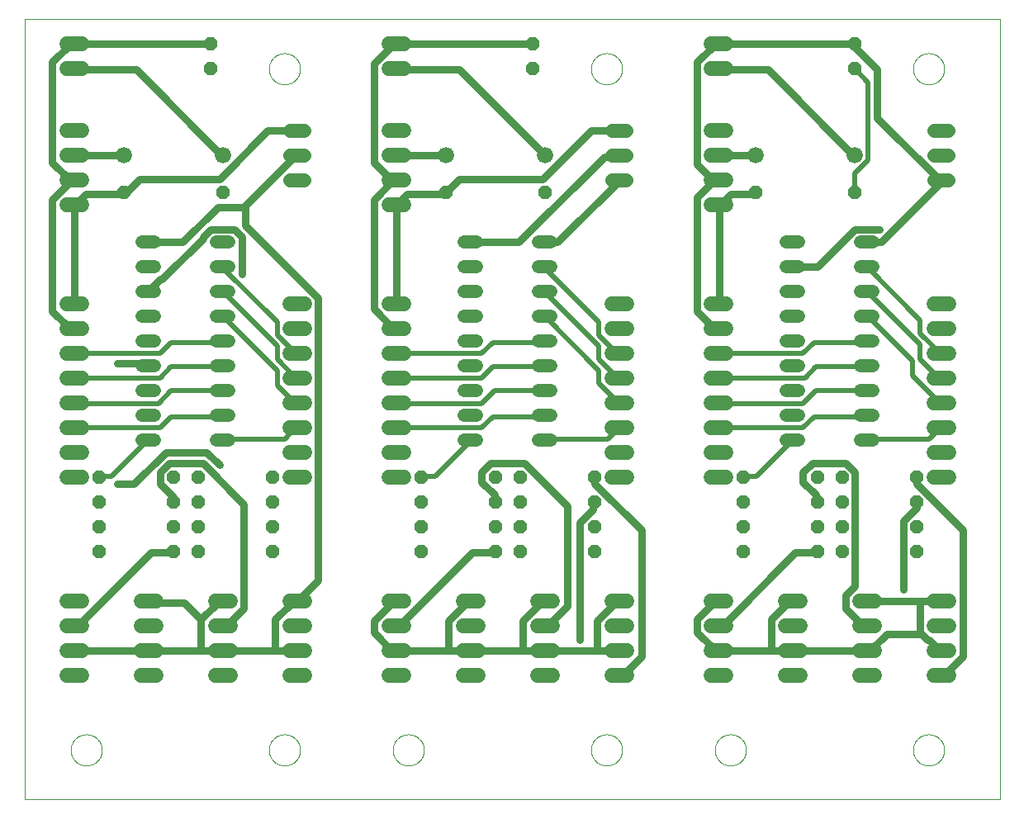
<source format=gtl>
G75*
%MOIN*%
%OFA0B0*%
%FSLAX25Y25*%
%IPPOS*%
%LPD*%
%AMOC8*
5,1,8,0,0,1.08239X$1,22.5*
%
%ADD10C,0.00000*%
%ADD11C,0.06600*%
%ADD12C,0.06000*%
%ADD13OC8,0.05200*%
%ADD14C,0.05200*%
%ADD15C,0.05600*%
%ADD16C,0.02000*%
%ADD17C,0.03000*%
%ADD18C,0.02381*%
D10*
X0001000Y0003000D02*
X0001000Y0317961D01*
X0394701Y0317961D01*
X0394701Y0003000D01*
X0001000Y0003000D01*
X0019701Y0023000D02*
X0019703Y0023158D01*
X0019709Y0023316D01*
X0019719Y0023474D01*
X0019733Y0023632D01*
X0019751Y0023789D01*
X0019772Y0023946D01*
X0019798Y0024102D01*
X0019828Y0024258D01*
X0019861Y0024413D01*
X0019899Y0024566D01*
X0019940Y0024719D01*
X0019985Y0024871D01*
X0020034Y0025022D01*
X0020087Y0025171D01*
X0020143Y0025319D01*
X0020203Y0025465D01*
X0020267Y0025610D01*
X0020335Y0025753D01*
X0020406Y0025895D01*
X0020480Y0026035D01*
X0020558Y0026172D01*
X0020640Y0026308D01*
X0020724Y0026442D01*
X0020813Y0026573D01*
X0020904Y0026702D01*
X0020999Y0026829D01*
X0021096Y0026954D01*
X0021197Y0027076D01*
X0021301Y0027195D01*
X0021408Y0027312D01*
X0021518Y0027426D01*
X0021631Y0027537D01*
X0021746Y0027646D01*
X0021864Y0027751D01*
X0021985Y0027853D01*
X0022108Y0027953D01*
X0022234Y0028049D01*
X0022362Y0028142D01*
X0022492Y0028232D01*
X0022625Y0028318D01*
X0022760Y0028402D01*
X0022896Y0028481D01*
X0023035Y0028558D01*
X0023176Y0028630D01*
X0023318Y0028700D01*
X0023462Y0028765D01*
X0023608Y0028827D01*
X0023755Y0028885D01*
X0023904Y0028940D01*
X0024054Y0028991D01*
X0024205Y0029038D01*
X0024357Y0029081D01*
X0024510Y0029120D01*
X0024665Y0029156D01*
X0024820Y0029187D01*
X0024976Y0029215D01*
X0025132Y0029239D01*
X0025289Y0029259D01*
X0025447Y0029275D01*
X0025604Y0029287D01*
X0025763Y0029295D01*
X0025921Y0029299D01*
X0026079Y0029299D01*
X0026237Y0029295D01*
X0026396Y0029287D01*
X0026553Y0029275D01*
X0026711Y0029259D01*
X0026868Y0029239D01*
X0027024Y0029215D01*
X0027180Y0029187D01*
X0027335Y0029156D01*
X0027490Y0029120D01*
X0027643Y0029081D01*
X0027795Y0029038D01*
X0027946Y0028991D01*
X0028096Y0028940D01*
X0028245Y0028885D01*
X0028392Y0028827D01*
X0028538Y0028765D01*
X0028682Y0028700D01*
X0028824Y0028630D01*
X0028965Y0028558D01*
X0029104Y0028481D01*
X0029240Y0028402D01*
X0029375Y0028318D01*
X0029508Y0028232D01*
X0029638Y0028142D01*
X0029766Y0028049D01*
X0029892Y0027953D01*
X0030015Y0027853D01*
X0030136Y0027751D01*
X0030254Y0027646D01*
X0030369Y0027537D01*
X0030482Y0027426D01*
X0030592Y0027312D01*
X0030699Y0027195D01*
X0030803Y0027076D01*
X0030904Y0026954D01*
X0031001Y0026829D01*
X0031096Y0026702D01*
X0031187Y0026573D01*
X0031276Y0026442D01*
X0031360Y0026308D01*
X0031442Y0026172D01*
X0031520Y0026035D01*
X0031594Y0025895D01*
X0031665Y0025753D01*
X0031733Y0025610D01*
X0031797Y0025465D01*
X0031857Y0025319D01*
X0031913Y0025171D01*
X0031966Y0025022D01*
X0032015Y0024871D01*
X0032060Y0024719D01*
X0032101Y0024566D01*
X0032139Y0024413D01*
X0032172Y0024258D01*
X0032202Y0024102D01*
X0032228Y0023946D01*
X0032249Y0023789D01*
X0032267Y0023632D01*
X0032281Y0023474D01*
X0032291Y0023316D01*
X0032297Y0023158D01*
X0032299Y0023000D01*
X0032297Y0022842D01*
X0032291Y0022684D01*
X0032281Y0022526D01*
X0032267Y0022368D01*
X0032249Y0022211D01*
X0032228Y0022054D01*
X0032202Y0021898D01*
X0032172Y0021742D01*
X0032139Y0021587D01*
X0032101Y0021434D01*
X0032060Y0021281D01*
X0032015Y0021129D01*
X0031966Y0020978D01*
X0031913Y0020829D01*
X0031857Y0020681D01*
X0031797Y0020535D01*
X0031733Y0020390D01*
X0031665Y0020247D01*
X0031594Y0020105D01*
X0031520Y0019965D01*
X0031442Y0019828D01*
X0031360Y0019692D01*
X0031276Y0019558D01*
X0031187Y0019427D01*
X0031096Y0019298D01*
X0031001Y0019171D01*
X0030904Y0019046D01*
X0030803Y0018924D01*
X0030699Y0018805D01*
X0030592Y0018688D01*
X0030482Y0018574D01*
X0030369Y0018463D01*
X0030254Y0018354D01*
X0030136Y0018249D01*
X0030015Y0018147D01*
X0029892Y0018047D01*
X0029766Y0017951D01*
X0029638Y0017858D01*
X0029508Y0017768D01*
X0029375Y0017682D01*
X0029240Y0017598D01*
X0029104Y0017519D01*
X0028965Y0017442D01*
X0028824Y0017370D01*
X0028682Y0017300D01*
X0028538Y0017235D01*
X0028392Y0017173D01*
X0028245Y0017115D01*
X0028096Y0017060D01*
X0027946Y0017009D01*
X0027795Y0016962D01*
X0027643Y0016919D01*
X0027490Y0016880D01*
X0027335Y0016844D01*
X0027180Y0016813D01*
X0027024Y0016785D01*
X0026868Y0016761D01*
X0026711Y0016741D01*
X0026553Y0016725D01*
X0026396Y0016713D01*
X0026237Y0016705D01*
X0026079Y0016701D01*
X0025921Y0016701D01*
X0025763Y0016705D01*
X0025604Y0016713D01*
X0025447Y0016725D01*
X0025289Y0016741D01*
X0025132Y0016761D01*
X0024976Y0016785D01*
X0024820Y0016813D01*
X0024665Y0016844D01*
X0024510Y0016880D01*
X0024357Y0016919D01*
X0024205Y0016962D01*
X0024054Y0017009D01*
X0023904Y0017060D01*
X0023755Y0017115D01*
X0023608Y0017173D01*
X0023462Y0017235D01*
X0023318Y0017300D01*
X0023176Y0017370D01*
X0023035Y0017442D01*
X0022896Y0017519D01*
X0022760Y0017598D01*
X0022625Y0017682D01*
X0022492Y0017768D01*
X0022362Y0017858D01*
X0022234Y0017951D01*
X0022108Y0018047D01*
X0021985Y0018147D01*
X0021864Y0018249D01*
X0021746Y0018354D01*
X0021631Y0018463D01*
X0021518Y0018574D01*
X0021408Y0018688D01*
X0021301Y0018805D01*
X0021197Y0018924D01*
X0021096Y0019046D01*
X0020999Y0019171D01*
X0020904Y0019298D01*
X0020813Y0019427D01*
X0020724Y0019558D01*
X0020640Y0019692D01*
X0020558Y0019828D01*
X0020480Y0019965D01*
X0020406Y0020105D01*
X0020335Y0020247D01*
X0020267Y0020390D01*
X0020203Y0020535D01*
X0020143Y0020681D01*
X0020087Y0020829D01*
X0020034Y0020978D01*
X0019985Y0021129D01*
X0019940Y0021281D01*
X0019899Y0021434D01*
X0019861Y0021587D01*
X0019828Y0021742D01*
X0019798Y0021898D01*
X0019772Y0022054D01*
X0019751Y0022211D01*
X0019733Y0022368D01*
X0019719Y0022526D01*
X0019709Y0022684D01*
X0019703Y0022842D01*
X0019701Y0023000D01*
X0099701Y0023000D02*
X0099703Y0023158D01*
X0099709Y0023316D01*
X0099719Y0023474D01*
X0099733Y0023632D01*
X0099751Y0023789D01*
X0099772Y0023946D01*
X0099798Y0024102D01*
X0099828Y0024258D01*
X0099861Y0024413D01*
X0099899Y0024566D01*
X0099940Y0024719D01*
X0099985Y0024871D01*
X0100034Y0025022D01*
X0100087Y0025171D01*
X0100143Y0025319D01*
X0100203Y0025465D01*
X0100267Y0025610D01*
X0100335Y0025753D01*
X0100406Y0025895D01*
X0100480Y0026035D01*
X0100558Y0026172D01*
X0100640Y0026308D01*
X0100724Y0026442D01*
X0100813Y0026573D01*
X0100904Y0026702D01*
X0100999Y0026829D01*
X0101096Y0026954D01*
X0101197Y0027076D01*
X0101301Y0027195D01*
X0101408Y0027312D01*
X0101518Y0027426D01*
X0101631Y0027537D01*
X0101746Y0027646D01*
X0101864Y0027751D01*
X0101985Y0027853D01*
X0102108Y0027953D01*
X0102234Y0028049D01*
X0102362Y0028142D01*
X0102492Y0028232D01*
X0102625Y0028318D01*
X0102760Y0028402D01*
X0102896Y0028481D01*
X0103035Y0028558D01*
X0103176Y0028630D01*
X0103318Y0028700D01*
X0103462Y0028765D01*
X0103608Y0028827D01*
X0103755Y0028885D01*
X0103904Y0028940D01*
X0104054Y0028991D01*
X0104205Y0029038D01*
X0104357Y0029081D01*
X0104510Y0029120D01*
X0104665Y0029156D01*
X0104820Y0029187D01*
X0104976Y0029215D01*
X0105132Y0029239D01*
X0105289Y0029259D01*
X0105447Y0029275D01*
X0105604Y0029287D01*
X0105763Y0029295D01*
X0105921Y0029299D01*
X0106079Y0029299D01*
X0106237Y0029295D01*
X0106396Y0029287D01*
X0106553Y0029275D01*
X0106711Y0029259D01*
X0106868Y0029239D01*
X0107024Y0029215D01*
X0107180Y0029187D01*
X0107335Y0029156D01*
X0107490Y0029120D01*
X0107643Y0029081D01*
X0107795Y0029038D01*
X0107946Y0028991D01*
X0108096Y0028940D01*
X0108245Y0028885D01*
X0108392Y0028827D01*
X0108538Y0028765D01*
X0108682Y0028700D01*
X0108824Y0028630D01*
X0108965Y0028558D01*
X0109104Y0028481D01*
X0109240Y0028402D01*
X0109375Y0028318D01*
X0109508Y0028232D01*
X0109638Y0028142D01*
X0109766Y0028049D01*
X0109892Y0027953D01*
X0110015Y0027853D01*
X0110136Y0027751D01*
X0110254Y0027646D01*
X0110369Y0027537D01*
X0110482Y0027426D01*
X0110592Y0027312D01*
X0110699Y0027195D01*
X0110803Y0027076D01*
X0110904Y0026954D01*
X0111001Y0026829D01*
X0111096Y0026702D01*
X0111187Y0026573D01*
X0111276Y0026442D01*
X0111360Y0026308D01*
X0111442Y0026172D01*
X0111520Y0026035D01*
X0111594Y0025895D01*
X0111665Y0025753D01*
X0111733Y0025610D01*
X0111797Y0025465D01*
X0111857Y0025319D01*
X0111913Y0025171D01*
X0111966Y0025022D01*
X0112015Y0024871D01*
X0112060Y0024719D01*
X0112101Y0024566D01*
X0112139Y0024413D01*
X0112172Y0024258D01*
X0112202Y0024102D01*
X0112228Y0023946D01*
X0112249Y0023789D01*
X0112267Y0023632D01*
X0112281Y0023474D01*
X0112291Y0023316D01*
X0112297Y0023158D01*
X0112299Y0023000D01*
X0112297Y0022842D01*
X0112291Y0022684D01*
X0112281Y0022526D01*
X0112267Y0022368D01*
X0112249Y0022211D01*
X0112228Y0022054D01*
X0112202Y0021898D01*
X0112172Y0021742D01*
X0112139Y0021587D01*
X0112101Y0021434D01*
X0112060Y0021281D01*
X0112015Y0021129D01*
X0111966Y0020978D01*
X0111913Y0020829D01*
X0111857Y0020681D01*
X0111797Y0020535D01*
X0111733Y0020390D01*
X0111665Y0020247D01*
X0111594Y0020105D01*
X0111520Y0019965D01*
X0111442Y0019828D01*
X0111360Y0019692D01*
X0111276Y0019558D01*
X0111187Y0019427D01*
X0111096Y0019298D01*
X0111001Y0019171D01*
X0110904Y0019046D01*
X0110803Y0018924D01*
X0110699Y0018805D01*
X0110592Y0018688D01*
X0110482Y0018574D01*
X0110369Y0018463D01*
X0110254Y0018354D01*
X0110136Y0018249D01*
X0110015Y0018147D01*
X0109892Y0018047D01*
X0109766Y0017951D01*
X0109638Y0017858D01*
X0109508Y0017768D01*
X0109375Y0017682D01*
X0109240Y0017598D01*
X0109104Y0017519D01*
X0108965Y0017442D01*
X0108824Y0017370D01*
X0108682Y0017300D01*
X0108538Y0017235D01*
X0108392Y0017173D01*
X0108245Y0017115D01*
X0108096Y0017060D01*
X0107946Y0017009D01*
X0107795Y0016962D01*
X0107643Y0016919D01*
X0107490Y0016880D01*
X0107335Y0016844D01*
X0107180Y0016813D01*
X0107024Y0016785D01*
X0106868Y0016761D01*
X0106711Y0016741D01*
X0106553Y0016725D01*
X0106396Y0016713D01*
X0106237Y0016705D01*
X0106079Y0016701D01*
X0105921Y0016701D01*
X0105763Y0016705D01*
X0105604Y0016713D01*
X0105447Y0016725D01*
X0105289Y0016741D01*
X0105132Y0016761D01*
X0104976Y0016785D01*
X0104820Y0016813D01*
X0104665Y0016844D01*
X0104510Y0016880D01*
X0104357Y0016919D01*
X0104205Y0016962D01*
X0104054Y0017009D01*
X0103904Y0017060D01*
X0103755Y0017115D01*
X0103608Y0017173D01*
X0103462Y0017235D01*
X0103318Y0017300D01*
X0103176Y0017370D01*
X0103035Y0017442D01*
X0102896Y0017519D01*
X0102760Y0017598D01*
X0102625Y0017682D01*
X0102492Y0017768D01*
X0102362Y0017858D01*
X0102234Y0017951D01*
X0102108Y0018047D01*
X0101985Y0018147D01*
X0101864Y0018249D01*
X0101746Y0018354D01*
X0101631Y0018463D01*
X0101518Y0018574D01*
X0101408Y0018688D01*
X0101301Y0018805D01*
X0101197Y0018924D01*
X0101096Y0019046D01*
X0100999Y0019171D01*
X0100904Y0019298D01*
X0100813Y0019427D01*
X0100724Y0019558D01*
X0100640Y0019692D01*
X0100558Y0019828D01*
X0100480Y0019965D01*
X0100406Y0020105D01*
X0100335Y0020247D01*
X0100267Y0020390D01*
X0100203Y0020535D01*
X0100143Y0020681D01*
X0100087Y0020829D01*
X0100034Y0020978D01*
X0099985Y0021129D01*
X0099940Y0021281D01*
X0099899Y0021434D01*
X0099861Y0021587D01*
X0099828Y0021742D01*
X0099798Y0021898D01*
X0099772Y0022054D01*
X0099751Y0022211D01*
X0099733Y0022368D01*
X0099719Y0022526D01*
X0099709Y0022684D01*
X0099703Y0022842D01*
X0099701Y0023000D01*
X0149701Y0023000D02*
X0149703Y0023158D01*
X0149709Y0023316D01*
X0149719Y0023474D01*
X0149733Y0023632D01*
X0149751Y0023789D01*
X0149772Y0023946D01*
X0149798Y0024102D01*
X0149828Y0024258D01*
X0149861Y0024413D01*
X0149899Y0024566D01*
X0149940Y0024719D01*
X0149985Y0024871D01*
X0150034Y0025022D01*
X0150087Y0025171D01*
X0150143Y0025319D01*
X0150203Y0025465D01*
X0150267Y0025610D01*
X0150335Y0025753D01*
X0150406Y0025895D01*
X0150480Y0026035D01*
X0150558Y0026172D01*
X0150640Y0026308D01*
X0150724Y0026442D01*
X0150813Y0026573D01*
X0150904Y0026702D01*
X0150999Y0026829D01*
X0151096Y0026954D01*
X0151197Y0027076D01*
X0151301Y0027195D01*
X0151408Y0027312D01*
X0151518Y0027426D01*
X0151631Y0027537D01*
X0151746Y0027646D01*
X0151864Y0027751D01*
X0151985Y0027853D01*
X0152108Y0027953D01*
X0152234Y0028049D01*
X0152362Y0028142D01*
X0152492Y0028232D01*
X0152625Y0028318D01*
X0152760Y0028402D01*
X0152896Y0028481D01*
X0153035Y0028558D01*
X0153176Y0028630D01*
X0153318Y0028700D01*
X0153462Y0028765D01*
X0153608Y0028827D01*
X0153755Y0028885D01*
X0153904Y0028940D01*
X0154054Y0028991D01*
X0154205Y0029038D01*
X0154357Y0029081D01*
X0154510Y0029120D01*
X0154665Y0029156D01*
X0154820Y0029187D01*
X0154976Y0029215D01*
X0155132Y0029239D01*
X0155289Y0029259D01*
X0155447Y0029275D01*
X0155604Y0029287D01*
X0155763Y0029295D01*
X0155921Y0029299D01*
X0156079Y0029299D01*
X0156237Y0029295D01*
X0156396Y0029287D01*
X0156553Y0029275D01*
X0156711Y0029259D01*
X0156868Y0029239D01*
X0157024Y0029215D01*
X0157180Y0029187D01*
X0157335Y0029156D01*
X0157490Y0029120D01*
X0157643Y0029081D01*
X0157795Y0029038D01*
X0157946Y0028991D01*
X0158096Y0028940D01*
X0158245Y0028885D01*
X0158392Y0028827D01*
X0158538Y0028765D01*
X0158682Y0028700D01*
X0158824Y0028630D01*
X0158965Y0028558D01*
X0159104Y0028481D01*
X0159240Y0028402D01*
X0159375Y0028318D01*
X0159508Y0028232D01*
X0159638Y0028142D01*
X0159766Y0028049D01*
X0159892Y0027953D01*
X0160015Y0027853D01*
X0160136Y0027751D01*
X0160254Y0027646D01*
X0160369Y0027537D01*
X0160482Y0027426D01*
X0160592Y0027312D01*
X0160699Y0027195D01*
X0160803Y0027076D01*
X0160904Y0026954D01*
X0161001Y0026829D01*
X0161096Y0026702D01*
X0161187Y0026573D01*
X0161276Y0026442D01*
X0161360Y0026308D01*
X0161442Y0026172D01*
X0161520Y0026035D01*
X0161594Y0025895D01*
X0161665Y0025753D01*
X0161733Y0025610D01*
X0161797Y0025465D01*
X0161857Y0025319D01*
X0161913Y0025171D01*
X0161966Y0025022D01*
X0162015Y0024871D01*
X0162060Y0024719D01*
X0162101Y0024566D01*
X0162139Y0024413D01*
X0162172Y0024258D01*
X0162202Y0024102D01*
X0162228Y0023946D01*
X0162249Y0023789D01*
X0162267Y0023632D01*
X0162281Y0023474D01*
X0162291Y0023316D01*
X0162297Y0023158D01*
X0162299Y0023000D01*
X0162297Y0022842D01*
X0162291Y0022684D01*
X0162281Y0022526D01*
X0162267Y0022368D01*
X0162249Y0022211D01*
X0162228Y0022054D01*
X0162202Y0021898D01*
X0162172Y0021742D01*
X0162139Y0021587D01*
X0162101Y0021434D01*
X0162060Y0021281D01*
X0162015Y0021129D01*
X0161966Y0020978D01*
X0161913Y0020829D01*
X0161857Y0020681D01*
X0161797Y0020535D01*
X0161733Y0020390D01*
X0161665Y0020247D01*
X0161594Y0020105D01*
X0161520Y0019965D01*
X0161442Y0019828D01*
X0161360Y0019692D01*
X0161276Y0019558D01*
X0161187Y0019427D01*
X0161096Y0019298D01*
X0161001Y0019171D01*
X0160904Y0019046D01*
X0160803Y0018924D01*
X0160699Y0018805D01*
X0160592Y0018688D01*
X0160482Y0018574D01*
X0160369Y0018463D01*
X0160254Y0018354D01*
X0160136Y0018249D01*
X0160015Y0018147D01*
X0159892Y0018047D01*
X0159766Y0017951D01*
X0159638Y0017858D01*
X0159508Y0017768D01*
X0159375Y0017682D01*
X0159240Y0017598D01*
X0159104Y0017519D01*
X0158965Y0017442D01*
X0158824Y0017370D01*
X0158682Y0017300D01*
X0158538Y0017235D01*
X0158392Y0017173D01*
X0158245Y0017115D01*
X0158096Y0017060D01*
X0157946Y0017009D01*
X0157795Y0016962D01*
X0157643Y0016919D01*
X0157490Y0016880D01*
X0157335Y0016844D01*
X0157180Y0016813D01*
X0157024Y0016785D01*
X0156868Y0016761D01*
X0156711Y0016741D01*
X0156553Y0016725D01*
X0156396Y0016713D01*
X0156237Y0016705D01*
X0156079Y0016701D01*
X0155921Y0016701D01*
X0155763Y0016705D01*
X0155604Y0016713D01*
X0155447Y0016725D01*
X0155289Y0016741D01*
X0155132Y0016761D01*
X0154976Y0016785D01*
X0154820Y0016813D01*
X0154665Y0016844D01*
X0154510Y0016880D01*
X0154357Y0016919D01*
X0154205Y0016962D01*
X0154054Y0017009D01*
X0153904Y0017060D01*
X0153755Y0017115D01*
X0153608Y0017173D01*
X0153462Y0017235D01*
X0153318Y0017300D01*
X0153176Y0017370D01*
X0153035Y0017442D01*
X0152896Y0017519D01*
X0152760Y0017598D01*
X0152625Y0017682D01*
X0152492Y0017768D01*
X0152362Y0017858D01*
X0152234Y0017951D01*
X0152108Y0018047D01*
X0151985Y0018147D01*
X0151864Y0018249D01*
X0151746Y0018354D01*
X0151631Y0018463D01*
X0151518Y0018574D01*
X0151408Y0018688D01*
X0151301Y0018805D01*
X0151197Y0018924D01*
X0151096Y0019046D01*
X0150999Y0019171D01*
X0150904Y0019298D01*
X0150813Y0019427D01*
X0150724Y0019558D01*
X0150640Y0019692D01*
X0150558Y0019828D01*
X0150480Y0019965D01*
X0150406Y0020105D01*
X0150335Y0020247D01*
X0150267Y0020390D01*
X0150203Y0020535D01*
X0150143Y0020681D01*
X0150087Y0020829D01*
X0150034Y0020978D01*
X0149985Y0021129D01*
X0149940Y0021281D01*
X0149899Y0021434D01*
X0149861Y0021587D01*
X0149828Y0021742D01*
X0149798Y0021898D01*
X0149772Y0022054D01*
X0149751Y0022211D01*
X0149733Y0022368D01*
X0149719Y0022526D01*
X0149709Y0022684D01*
X0149703Y0022842D01*
X0149701Y0023000D01*
X0229701Y0023000D02*
X0229703Y0023158D01*
X0229709Y0023316D01*
X0229719Y0023474D01*
X0229733Y0023632D01*
X0229751Y0023789D01*
X0229772Y0023946D01*
X0229798Y0024102D01*
X0229828Y0024258D01*
X0229861Y0024413D01*
X0229899Y0024566D01*
X0229940Y0024719D01*
X0229985Y0024871D01*
X0230034Y0025022D01*
X0230087Y0025171D01*
X0230143Y0025319D01*
X0230203Y0025465D01*
X0230267Y0025610D01*
X0230335Y0025753D01*
X0230406Y0025895D01*
X0230480Y0026035D01*
X0230558Y0026172D01*
X0230640Y0026308D01*
X0230724Y0026442D01*
X0230813Y0026573D01*
X0230904Y0026702D01*
X0230999Y0026829D01*
X0231096Y0026954D01*
X0231197Y0027076D01*
X0231301Y0027195D01*
X0231408Y0027312D01*
X0231518Y0027426D01*
X0231631Y0027537D01*
X0231746Y0027646D01*
X0231864Y0027751D01*
X0231985Y0027853D01*
X0232108Y0027953D01*
X0232234Y0028049D01*
X0232362Y0028142D01*
X0232492Y0028232D01*
X0232625Y0028318D01*
X0232760Y0028402D01*
X0232896Y0028481D01*
X0233035Y0028558D01*
X0233176Y0028630D01*
X0233318Y0028700D01*
X0233462Y0028765D01*
X0233608Y0028827D01*
X0233755Y0028885D01*
X0233904Y0028940D01*
X0234054Y0028991D01*
X0234205Y0029038D01*
X0234357Y0029081D01*
X0234510Y0029120D01*
X0234665Y0029156D01*
X0234820Y0029187D01*
X0234976Y0029215D01*
X0235132Y0029239D01*
X0235289Y0029259D01*
X0235447Y0029275D01*
X0235604Y0029287D01*
X0235763Y0029295D01*
X0235921Y0029299D01*
X0236079Y0029299D01*
X0236237Y0029295D01*
X0236396Y0029287D01*
X0236553Y0029275D01*
X0236711Y0029259D01*
X0236868Y0029239D01*
X0237024Y0029215D01*
X0237180Y0029187D01*
X0237335Y0029156D01*
X0237490Y0029120D01*
X0237643Y0029081D01*
X0237795Y0029038D01*
X0237946Y0028991D01*
X0238096Y0028940D01*
X0238245Y0028885D01*
X0238392Y0028827D01*
X0238538Y0028765D01*
X0238682Y0028700D01*
X0238824Y0028630D01*
X0238965Y0028558D01*
X0239104Y0028481D01*
X0239240Y0028402D01*
X0239375Y0028318D01*
X0239508Y0028232D01*
X0239638Y0028142D01*
X0239766Y0028049D01*
X0239892Y0027953D01*
X0240015Y0027853D01*
X0240136Y0027751D01*
X0240254Y0027646D01*
X0240369Y0027537D01*
X0240482Y0027426D01*
X0240592Y0027312D01*
X0240699Y0027195D01*
X0240803Y0027076D01*
X0240904Y0026954D01*
X0241001Y0026829D01*
X0241096Y0026702D01*
X0241187Y0026573D01*
X0241276Y0026442D01*
X0241360Y0026308D01*
X0241442Y0026172D01*
X0241520Y0026035D01*
X0241594Y0025895D01*
X0241665Y0025753D01*
X0241733Y0025610D01*
X0241797Y0025465D01*
X0241857Y0025319D01*
X0241913Y0025171D01*
X0241966Y0025022D01*
X0242015Y0024871D01*
X0242060Y0024719D01*
X0242101Y0024566D01*
X0242139Y0024413D01*
X0242172Y0024258D01*
X0242202Y0024102D01*
X0242228Y0023946D01*
X0242249Y0023789D01*
X0242267Y0023632D01*
X0242281Y0023474D01*
X0242291Y0023316D01*
X0242297Y0023158D01*
X0242299Y0023000D01*
X0242297Y0022842D01*
X0242291Y0022684D01*
X0242281Y0022526D01*
X0242267Y0022368D01*
X0242249Y0022211D01*
X0242228Y0022054D01*
X0242202Y0021898D01*
X0242172Y0021742D01*
X0242139Y0021587D01*
X0242101Y0021434D01*
X0242060Y0021281D01*
X0242015Y0021129D01*
X0241966Y0020978D01*
X0241913Y0020829D01*
X0241857Y0020681D01*
X0241797Y0020535D01*
X0241733Y0020390D01*
X0241665Y0020247D01*
X0241594Y0020105D01*
X0241520Y0019965D01*
X0241442Y0019828D01*
X0241360Y0019692D01*
X0241276Y0019558D01*
X0241187Y0019427D01*
X0241096Y0019298D01*
X0241001Y0019171D01*
X0240904Y0019046D01*
X0240803Y0018924D01*
X0240699Y0018805D01*
X0240592Y0018688D01*
X0240482Y0018574D01*
X0240369Y0018463D01*
X0240254Y0018354D01*
X0240136Y0018249D01*
X0240015Y0018147D01*
X0239892Y0018047D01*
X0239766Y0017951D01*
X0239638Y0017858D01*
X0239508Y0017768D01*
X0239375Y0017682D01*
X0239240Y0017598D01*
X0239104Y0017519D01*
X0238965Y0017442D01*
X0238824Y0017370D01*
X0238682Y0017300D01*
X0238538Y0017235D01*
X0238392Y0017173D01*
X0238245Y0017115D01*
X0238096Y0017060D01*
X0237946Y0017009D01*
X0237795Y0016962D01*
X0237643Y0016919D01*
X0237490Y0016880D01*
X0237335Y0016844D01*
X0237180Y0016813D01*
X0237024Y0016785D01*
X0236868Y0016761D01*
X0236711Y0016741D01*
X0236553Y0016725D01*
X0236396Y0016713D01*
X0236237Y0016705D01*
X0236079Y0016701D01*
X0235921Y0016701D01*
X0235763Y0016705D01*
X0235604Y0016713D01*
X0235447Y0016725D01*
X0235289Y0016741D01*
X0235132Y0016761D01*
X0234976Y0016785D01*
X0234820Y0016813D01*
X0234665Y0016844D01*
X0234510Y0016880D01*
X0234357Y0016919D01*
X0234205Y0016962D01*
X0234054Y0017009D01*
X0233904Y0017060D01*
X0233755Y0017115D01*
X0233608Y0017173D01*
X0233462Y0017235D01*
X0233318Y0017300D01*
X0233176Y0017370D01*
X0233035Y0017442D01*
X0232896Y0017519D01*
X0232760Y0017598D01*
X0232625Y0017682D01*
X0232492Y0017768D01*
X0232362Y0017858D01*
X0232234Y0017951D01*
X0232108Y0018047D01*
X0231985Y0018147D01*
X0231864Y0018249D01*
X0231746Y0018354D01*
X0231631Y0018463D01*
X0231518Y0018574D01*
X0231408Y0018688D01*
X0231301Y0018805D01*
X0231197Y0018924D01*
X0231096Y0019046D01*
X0230999Y0019171D01*
X0230904Y0019298D01*
X0230813Y0019427D01*
X0230724Y0019558D01*
X0230640Y0019692D01*
X0230558Y0019828D01*
X0230480Y0019965D01*
X0230406Y0020105D01*
X0230335Y0020247D01*
X0230267Y0020390D01*
X0230203Y0020535D01*
X0230143Y0020681D01*
X0230087Y0020829D01*
X0230034Y0020978D01*
X0229985Y0021129D01*
X0229940Y0021281D01*
X0229899Y0021434D01*
X0229861Y0021587D01*
X0229828Y0021742D01*
X0229798Y0021898D01*
X0229772Y0022054D01*
X0229751Y0022211D01*
X0229733Y0022368D01*
X0229719Y0022526D01*
X0229709Y0022684D01*
X0229703Y0022842D01*
X0229701Y0023000D01*
X0279701Y0023000D02*
X0279703Y0023158D01*
X0279709Y0023316D01*
X0279719Y0023474D01*
X0279733Y0023632D01*
X0279751Y0023789D01*
X0279772Y0023946D01*
X0279798Y0024102D01*
X0279828Y0024258D01*
X0279861Y0024413D01*
X0279899Y0024566D01*
X0279940Y0024719D01*
X0279985Y0024871D01*
X0280034Y0025022D01*
X0280087Y0025171D01*
X0280143Y0025319D01*
X0280203Y0025465D01*
X0280267Y0025610D01*
X0280335Y0025753D01*
X0280406Y0025895D01*
X0280480Y0026035D01*
X0280558Y0026172D01*
X0280640Y0026308D01*
X0280724Y0026442D01*
X0280813Y0026573D01*
X0280904Y0026702D01*
X0280999Y0026829D01*
X0281096Y0026954D01*
X0281197Y0027076D01*
X0281301Y0027195D01*
X0281408Y0027312D01*
X0281518Y0027426D01*
X0281631Y0027537D01*
X0281746Y0027646D01*
X0281864Y0027751D01*
X0281985Y0027853D01*
X0282108Y0027953D01*
X0282234Y0028049D01*
X0282362Y0028142D01*
X0282492Y0028232D01*
X0282625Y0028318D01*
X0282760Y0028402D01*
X0282896Y0028481D01*
X0283035Y0028558D01*
X0283176Y0028630D01*
X0283318Y0028700D01*
X0283462Y0028765D01*
X0283608Y0028827D01*
X0283755Y0028885D01*
X0283904Y0028940D01*
X0284054Y0028991D01*
X0284205Y0029038D01*
X0284357Y0029081D01*
X0284510Y0029120D01*
X0284665Y0029156D01*
X0284820Y0029187D01*
X0284976Y0029215D01*
X0285132Y0029239D01*
X0285289Y0029259D01*
X0285447Y0029275D01*
X0285604Y0029287D01*
X0285763Y0029295D01*
X0285921Y0029299D01*
X0286079Y0029299D01*
X0286237Y0029295D01*
X0286396Y0029287D01*
X0286553Y0029275D01*
X0286711Y0029259D01*
X0286868Y0029239D01*
X0287024Y0029215D01*
X0287180Y0029187D01*
X0287335Y0029156D01*
X0287490Y0029120D01*
X0287643Y0029081D01*
X0287795Y0029038D01*
X0287946Y0028991D01*
X0288096Y0028940D01*
X0288245Y0028885D01*
X0288392Y0028827D01*
X0288538Y0028765D01*
X0288682Y0028700D01*
X0288824Y0028630D01*
X0288965Y0028558D01*
X0289104Y0028481D01*
X0289240Y0028402D01*
X0289375Y0028318D01*
X0289508Y0028232D01*
X0289638Y0028142D01*
X0289766Y0028049D01*
X0289892Y0027953D01*
X0290015Y0027853D01*
X0290136Y0027751D01*
X0290254Y0027646D01*
X0290369Y0027537D01*
X0290482Y0027426D01*
X0290592Y0027312D01*
X0290699Y0027195D01*
X0290803Y0027076D01*
X0290904Y0026954D01*
X0291001Y0026829D01*
X0291096Y0026702D01*
X0291187Y0026573D01*
X0291276Y0026442D01*
X0291360Y0026308D01*
X0291442Y0026172D01*
X0291520Y0026035D01*
X0291594Y0025895D01*
X0291665Y0025753D01*
X0291733Y0025610D01*
X0291797Y0025465D01*
X0291857Y0025319D01*
X0291913Y0025171D01*
X0291966Y0025022D01*
X0292015Y0024871D01*
X0292060Y0024719D01*
X0292101Y0024566D01*
X0292139Y0024413D01*
X0292172Y0024258D01*
X0292202Y0024102D01*
X0292228Y0023946D01*
X0292249Y0023789D01*
X0292267Y0023632D01*
X0292281Y0023474D01*
X0292291Y0023316D01*
X0292297Y0023158D01*
X0292299Y0023000D01*
X0292297Y0022842D01*
X0292291Y0022684D01*
X0292281Y0022526D01*
X0292267Y0022368D01*
X0292249Y0022211D01*
X0292228Y0022054D01*
X0292202Y0021898D01*
X0292172Y0021742D01*
X0292139Y0021587D01*
X0292101Y0021434D01*
X0292060Y0021281D01*
X0292015Y0021129D01*
X0291966Y0020978D01*
X0291913Y0020829D01*
X0291857Y0020681D01*
X0291797Y0020535D01*
X0291733Y0020390D01*
X0291665Y0020247D01*
X0291594Y0020105D01*
X0291520Y0019965D01*
X0291442Y0019828D01*
X0291360Y0019692D01*
X0291276Y0019558D01*
X0291187Y0019427D01*
X0291096Y0019298D01*
X0291001Y0019171D01*
X0290904Y0019046D01*
X0290803Y0018924D01*
X0290699Y0018805D01*
X0290592Y0018688D01*
X0290482Y0018574D01*
X0290369Y0018463D01*
X0290254Y0018354D01*
X0290136Y0018249D01*
X0290015Y0018147D01*
X0289892Y0018047D01*
X0289766Y0017951D01*
X0289638Y0017858D01*
X0289508Y0017768D01*
X0289375Y0017682D01*
X0289240Y0017598D01*
X0289104Y0017519D01*
X0288965Y0017442D01*
X0288824Y0017370D01*
X0288682Y0017300D01*
X0288538Y0017235D01*
X0288392Y0017173D01*
X0288245Y0017115D01*
X0288096Y0017060D01*
X0287946Y0017009D01*
X0287795Y0016962D01*
X0287643Y0016919D01*
X0287490Y0016880D01*
X0287335Y0016844D01*
X0287180Y0016813D01*
X0287024Y0016785D01*
X0286868Y0016761D01*
X0286711Y0016741D01*
X0286553Y0016725D01*
X0286396Y0016713D01*
X0286237Y0016705D01*
X0286079Y0016701D01*
X0285921Y0016701D01*
X0285763Y0016705D01*
X0285604Y0016713D01*
X0285447Y0016725D01*
X0285289Y0016741D01*
X0285132Y0016761D01*
X0284976Y0016785D01*
X0284820Y0016813D01*
X0284665Y0016844D01*
X0284510Y0016880D01*
X0284357Y0016919D01*
X0284205Y0016962D01*
X0284054Y0017009D01*
X0283904Y0017060D01*
X0283755Y0017115D01*
X0283608Y0017173D01*
X0283462Y0017235D01*
X0283318Y0017300D01*
X0283176Y0017370D01*
X0283035Y0017442D01*
X0282896Y0017519D01*
X0282760Y0017598D01*
X0282625Y0017682D01*
X0282492Y0017768D01*
X0282362Y0017858D01*
X0282234Y0017951D01*
X0282108Y0018047D01*
X0281985Y0018147D01*
X0281864Y0018249D01*
X0281746Y0018354D01*
X0281631Y0018463D01*
X0281518Y0018574D01*
X0281408Y0018688D01*
X0281301Y0018805D01*
X0281197Y0018924D01*
X0281096Y0019046D01*
X0280999Y0019171D01*
X0280904Y0019298D01*
X0280813Y0019427D01*
X0280724Y0019558D01*
X0280640Y0019692D01*
X0280558Y0019828D01*
X0280480Y0019965D01*
X0280406Y0020105D01*
X0280335Y0020247D01*
X0280267Y0020390D01*
X0280203Y0020535D01*
X0280143Y0020681D01*
X0280087Y0020829D01*
X0280034Y0020978D01*
X0279985Y0021129D01*
X0279940Y0021281D01*
X0279899Y0021434D01*
X0279861Y0021587D01*
X0279828Y0021742D01*
X0279798Y0021898D01*
X0279772Y0022054D01*
X0279751Y0022211D01*
X0279733Y0022368D01*
X0279719Y0022526D01*
X0279709Y0022684D01*
X0279703Y0022842D01*
X0279701Y0023000D01*
X0359701Y0023000D02*
X0359703Y0023158D01*
X0359709Y0023316D01*
X0359719Y0023474D01*
X0359733Y0023632D01*
X0359751Y0023789D01*
X0359772Y0023946D01*
X0359798Y0024102D01*
X0359828Y0024258D01*
X0359861Y0024413D01*
X0359899Y0024566D01*
X0359940Y0024719D01*
X0359985Y0024871D01*
X0360034Y0025022D01*
X0360087Y0025171D01*
X0360143Y0025319D01*
X0360203Y0025465D01*
X0360267Y0025610D01*
X0360335Y0025753D01*
X0360406Y0025895D01*
X0360480Y0026035D01*
X0360558Y0026172D01*
X0360640Y0026308D01*
X0360724Y0026442D01*
X0360813Y0026573D01*
X0360904Y0026702D01*
X0360999Y0026829D01*
X0361096Y0026954D01*
X0361197Y0027076D01*
X0361301Y0027195D01*
X0361408Y0027312D01*
X0361518Y0027426D01*
X0361631Y0027537D01*
X0361746Y0027646D01*
X0361864Y0027751D01*
X0361985Y0027853D01*
X0362108Y0027953D01*
X0362234Y0028049D01*
X0362362Y0028142D01*
X0362492Y0028232D01*
X0362625Y0028318D01*
X0362760Y0028402D01*
X0362896Y0028481D01*
X0363035Y0028558D01*
X0363176Y0028630D01*
X0363318Y0028700D01*
X0363462Y0028765D01*
X0363608Y0028827D01*
X0363755Y0028885D01*
X0363904Y0028940D01*
X0364054Y0028991D01*
X0364205Y0029038D01*
X0364357Y0029081D01*
X0364510Y0029120D01*
X0364665Y0029156D01*
X0364820Y0029187D01*
X0364976Y0029215D01*
X0365132Y0029239D01*
X0365289Y0029259D01*
X0365447Y0029275D01*
X0365604Y0029287D01*
X0365763Y0029295D01*
X0365921Y0029299D01*
X0366079Y0029299D01*
X0366237Y0029295D01*
X0366396Y0029287D01*
X0366553Y0029275D01*
X0366711Y0029259D01*
X0366868Y0029239D01*
X0367024Y0029215D01*
X0367180Y0029187D01*
X0367335Y0029156D01*
X0367490Y0029120D01*
X0367643Y0029081D01*
X0367795Y0029038D01*
X0367946Y0028991D01*
X0368096Y0028940D01*
X0368245Y0028885D01*
X0368392Y0028827D01*
X0368538Y0028765D01*
X0368682Y0028700D01*
X0368824Y0028630D01*
X0368965Y0028558D01*
X0369104Y0028481D01*
X0369240Y0028402D01*
X0369375Y0028318D01*
X0369508Y0028232D01*
X0369638Y0028142D01*
X0369766Y0028049D01*
X0369892Y0027953D01*
X0370015Y0027853D01*
X0370136Y0027751D01*
X0370254Y0027646D01*
X0370369Y0027537D01*
X0370482Y0027426D01*
X0370592Y0027312D01*
X0370699Y0027195D01*
X0370803Y0027076D01*
X0370904Y0026954D01*
X0371001Y0026829D01*
X0371096Y0026702D01*
X0371187Y0026573D01*
X0371276Y0026442D01*
X0371360Y0026308D01*
X0371442Y0026172D01*
X0371520Y0026035D01*
X0371594Y0025895D01*
X0371665Y0025753D01*
X0371733Y0025610D01*
X0371797Y0025465D01*
X0371857Y0025319D01*
X0371913Y0025171D01*
X0371966Y0025022D01*
X0372015Y0024871D01*
X0372060Y0024719D01*
X0372101Y0024566D01*
X0372139Y0024413D01*
X0372172Y0024258D01*
X0372202Y0024102D01*
X0372228Y0023946D01*
X0372249Y0023789D01*
X0372267Y0023632D01*
X0372281Y0023474D01*
X0372291Y0023316D01*
X0372297Y0023158D01*
X0372299Y0023000D01*
X0372297Y0022842D01*
X0372291Y0022684D01*
X0372281Y0022526D01*
X0372267Y0022368D01*
X0372249Y0022211D01*
X0372228Y0022054D01*
X0372202Y0021898D01*
X0372172Y0021742D01*
X0372139Y0021587D01*
X0372101Y0021434D01*
X0372060Y0021281D01*
X0372015Y0021129D01*
X0371966Y0020978D01*
X0371913Y0020829D01*
X0371857Y0020681D01*
X0371797Y0020535D01*
X0371733Y0020390D01*
X0371665Y0020247D01*
X0371594Y0020105D01*
X0371520Y0019965D01*
X0371442Y0019828D01*
X0371360Y0019692D01*
X0371276Y0019558D01*
X0371187Y0019427D01*
X0371096Y0019298D01*
X0371001Y0019171D01*
X0370904Y0019046D01*
X0370803Y0018924D01*
X0370699Y0018805D01*
X0370592Y0018688D01*
X0370482Y0018574D01*
X0370369Y0018463D01*
X0370254Y0018354D01*
X0370136Y0018249D01*
X0370015Y0018147D01*
X0369892Y0018047D01*
X0369766Y0017951D01*
X0369638Y0017858D01*
X0369508Y0017768D01*
X0369375Y0017682D01*
X0369240Y0017598D01*
X0369104Y0017519D01*
X0368965Y0017442D01*
X0368824Y0017370D01*
X0368682Y0017300D01*
X0368538Y0017235D01*
X0368392Y0017173D01*
X0368245Y0017115D01*
X0368096Y0017060D01*
X0367946Y0017009D01*
X0367795Y0016962D01*
X0367643Y0016919D01*
X0367490Y0016880D01*
X0367335Y0016844D01*
X0367180Y0016813D01*
X0367024Y0016785D01*
X0366868Y0016761D01*
X0366711Y0016741D01*
X0366553Y0016725D01*
X0366396Y0016713D01*
X0366237Y0016705D01*
X0366079Y0016701D01*
X0365921Y0016701D01*
X0365763Y0016705D01*
X0365604Y0016713D01*
X0365447Y0016725D01*
X0365289Y0016741D01*
X0365132Y0016761D01*
X0364976Y0016785D01*
X0364820Y0016813D01*
X0364665Y0016844D01*
X0364510Y0016880D01*
X0364357Y0016919D01*
X0364205Y0016962D01*
X0364054Y0017009D01*
X0363904Y0017060D01*
X0363755Y0017115D01*
X0363608Y0017173D01*
X0363462Y0017235D01*
X0363318Y0017300D01*
X0363176Y0017370D01*
X0363035Y0017442D01*
X0362896Y0017519D01*
X0362760Y0017598D01*
X0362625Y0017682D01*
X0362492Y0017768D01*
X0362362Y0017858D01*
X0362234Y0017951D01*
X0362108Y0018047D01*
X0361985Y0018147D01*
X0361864Y0018249D01*
X0361746Y0018354D01*
X0361631Y0018463D01*
X0361518Y0018574D01*
X0361408Y0018688D01*
X0361301Y0018805D01*
X0361197Y0018924D01*
X0361096Y0019046D01*
X0360999Y0019171D01*
X0360904Y0019298D01*
X0360813Y0019427D01*
X0360724Y0019558D01*
X0360640Y0019692D01*
X0360558Y0019828D01*
X0360480Y0019965D01*
X0360406Y0020105D01*
X0360335Y0020247D01*
X0360267Y0020390D01*
X0360203Y0020535D01*
X0360143Y0020681D01*
X0360087Y0020829D01*
X0360034Y0020978D01*
X0359985Y0021129D01*
X0359940Y0021281D01*
X0359899Y0021434D01*
X0359861Y0021587D01*
X0359828Y0021742D01*
X0359798Y0021898D01*
X0359772Y0022054D01*
X0359751Y0022211D01*
X0359733Y0022368D01*
X0359719Y0022526D01*
X0359709Y0022684D01*
X0359703Y0022842D01*
X0359701Y0023000D01*
X0359701Y0298000D02*
X0359703Y0298158D01*
X0359709Y0298316D01*
X0359719Y0298474D01*
X0359733Y0298632D01*
X0359751Y0298789D01*
X0359772Y0298946D01*
X0359798Y0299102D01*
X0359828Y0299258D01*
X0359861Y0299413D01*
X0359899Y0299566D01*
X0359940Y0299719D01*
X0359985Y0299871D01*
X0360034Y0300022D01*
X0360087Y0300171D01*
X0360143Y0300319D01*
X0360203Y0300465D01*
X0360267Y0300610D01*
X0360335Y0300753D01*
X0360406Y0300895D01*
X0360480Y0301035D01*
X0360558Y0301172D01*
X0360640Y0301308D01*
X0360724Y0301442D01*
X0360813Y0301573D01*
X0360904Y0301702D01*
X0360999Y0301829D01*
X0361096Y0301954D01*
X0361197Y0302076D01*
X0361301Y0302195D01*
X0361408Y0302312D01*
X0361518Y0302426D01*
X0361631Y0302537D01*
X0361746Y0302646D01*
X0361864Y0302751D01*
X0361985Y0302853D01*
X0362108Y0302953D01*
X0362234Y0303049D01*
X0362362Y0303142D01*
X0362492Y0303232D01*
X0362625Y0303318D01*
X0362760Y0303402D01*
X0362896Y0303481D01*
X0363035Y0303558D01*
X0363176Y0303630D01*
X0363318Y0303700D01*
X0363462Y0303765D01*
X0363608Y0303827D01*
X0363755Y0303885D01*
X0363904Y0303940D01*
X0364054Y0303991D01*
X0364205Y0304038D01*
X0364357Y0304081D01*
X0364510Y0304120D01*
X0364665Y0304156D01*
X0364820Y0304187D01*
X0364976Y0304215D01*
X0365132Y0304239D01*
X0365289Y0304259D01*
X0365447Y0304275D01*
X0365604Y0304287D01*
X0365763Y0304295D01*
X0365921Y0304299D01*
X0366079Y0304299D01*
X0366237Y0304295D01*
X0366396Y0304287D01*
X0366553Y0304275D01*
X0366711Y0304259D01*
X0366868Y0304239D01*
X0367024Y0304215D01*
X0367180Y0304187D01*
X0367335Y0304156D01*
X0367490Y0304120D01*
X0367643Y0304081D01*
X0367795Y0304038D01*
X0367946Y0303991D01*
X0368096Y0303940D01*
X0368245Y0303885D01*
X0368392Y0303827D01*
X0368538Y0303765D01*
X0368682Y0303700D01*
X0368824Y0303630D01*
X0368965Y0303558D01*
X0369104Y0303481D01*
X0369240Y0303402D01*
X0369375Y0303318D01*
X0369508Y0303232D01*
X0369638Y0303142D01*
X0369766Y0303049D01*
X0369892Y0302953D01*
X0370015Y0302853D01*
X0370136Y0302751D01*
X0370254Y0302646D01*
X0370369Y0302537D01*
X0370482Y0302426D01*
X0370592Y0302312D01*
X0370699Y0302195D01*
X0370803Y0302076D01*
X0370904Y0301954D01*
X0371001Y0301829D01*
X0371096Y0301702D01*
X0371187Y0301573D01*
X0371276Y0301442D01*
X0371360Y0301308D01*
X0371442Y0301172D01*
X0371520Y0301035D01*
X0371594Y0300895D01*
X0371665Y0300753D01*
X0371733Y0300610D01*
X0371797Y0300465D01*
X0371857Y0300319D01*
X0371913Y0300171D01*
X0371966Y0300022D01*
X0372015Y0299871D01*
X0372060Y0299719D01*
X0372101Y0299566D01*
X0372139Y0299413D01*
X0372172Y0299258D01*
X0372202Y0299102D01*
X0372228Y0298946D01*
X0372249Y0298789D01*
X0372267Y0298632D01*
X0372281Y0298474D01*
X0372291Y0298316D01*
X0372297Y0298158D01*
X0372299Y0298000D01*
X0372297Y0297842D01*
X0372291Y0297684D01*
X0372281Y0297526D01*
X0372267Y0297368D01*
X0372249Y0297211D01*
X0372228Y0297054D01*
X0372202Y0296898D01*
X0372172Y0296742D01*
X0372139Y0296587D01*
X0372101Y0296434D01*
X0372060Y0296281D01*
X0372015Y0296129D01*
X0371966Y0295978D01*
X0371913Y0295829D01*
X0371857Y0295681D01*
X0371797Y0295535D01*
X0371733Y0295390D01*
X0371665Y0295247D01*
X0371594Y0295105D01*
X0371520Y0294965D01*
X0371442Y0294828D01*
X0371360Y0294692D01*
X0371276Y0294558D01*
X0371187Y0294427D01*
X0371096Y0294298D01*
X0371001Y0294171D01*
X0370904Y0294046D01*
X0370803Y0293924D01*
X0370699Y0293805D01*
X0370592Y0293688D01*
X0370482Y0293574D01*
X0370369Y0293463D01*
X0370254Y0293354D01*
X0370136Y0293249D01*
X0370015Y0293147D01*
X0369892Y0293047D01*
X0369766Y0292951D01*
X0369638Y0292858D01*
X0369508Y0292768D01*
X0369375Y0292682D01*
X0369240Y0292598D01*
X0369104Y0292519D01*
X0368965Y0292442D01*
X0368824Y0292370D01*
X0368682Y0292300D01*
X0368538Y0292235D01*
X0368392Y0292173D01*
X0368245Y0292115D01*
X0368096Y0292060D01*
X0367946Y0292009D01*
X0367795Y0291962D01*
X0367643Y0291919D01*
X0367490Y0291880D01*
X0367335Y0291844D01*
X0367180Y0291813D01*
X0367024Y0291785D01*
X0366868Y0291761D01*
X0366711Y0291741D01*
X0366553Y0291725D01*
X0366396Y0291713D01*
X0366237Y0291705D01*
X0366079Y0291701D01*
X0365921Y0291701D01*
X0365763Y0291705D01*
X0365604Y0291713D01*
X0365447Y0291725D01*
X0365289Y0291741D01*
X0365132Y0291761D01*
X0364976Y0291785D01*
X0364820Y0291813D01*
X0364665Y0291844D01*
X0364510Y0291880D01*
X0364357Y0291919D01*
X0364205Y0291962D01*
X0364054Y0292009D01*
X0363904Y0292060D01*
X0363755Y0292115D01*
X0363608Y0292173D01*
X0363462Y0292235D01*
X0363318Y0292300D01*
X0363176Y0292370D01*
X0363035Y0292442D01*
X0362896Y0292519D01*
X0362760Y0292598D01*
X0362625Y0292682D01*
X0362492Y0292768D01*
X0362362Y0292858D01*
X0362234Y0292951D01*
X0362108Y0293047D01*
X0361985Y0293147D01*
X0361864Y0293249D01*
X0361746Y0293354D01*
X0361631Y0293463D01*
X0361518Y0293574D01*
X0361408Y0293688D01*
X0361301Y0293805D01*
X0361197Y0293924D01*
X0361096Y0294046D01*
X0360999Y0294171D01*
X0360904Y0294298D01*
X0360813Y0294427D01*
X0360724Y0294558D01*
X0360640Y0294692D01*
X0360558Y0294828D01*
X0360480Y0294965D01*
X0360406Y0295105D01*
X0360335Y0295247D01*
X0360267Y0295390D01*
X0360203Y0295535D01*
X0360143Y0295681D01*
X0360087Y0295829D01*
X0360034Y0295978D01*
X0359985Y0296129D01*
X0359940Y0296281D01*
X0359899Y0296434D01*
X0359861Y0296587D01*
X0359828Y0296742D01*
X0359798Y0296898D01*
X0359772Y0297054D01*
X0359751Y0297211D01*
X0359733Y0297368D01*
X0359719Y0297526D01*
X0359709Y0297684D01*
X0359703Y0297842D01*
X0359701Y0298000D01*
X0229701Y0298000D02*
X0229703Y0298158D01*
X0229709Y0298316D01*
X0229719Y0298474D01*
X0229733Y0298632D01*
X0229751Y0298789D01*
X0229772Y0298946D01*
X0229798Y0299102D01*
X0229828Y0299258D01*
X0229861Y0299413D01*
X0229899Y0299566D01*
X0229940Y0299719D01*
X0229985Y0299871D01*
X0230034Y0300022D01*
X0230087Y0300171D01*
X0230143Y0300319D01*
X0230203Y0300465D01*
X0230267Y0300610D01*
X0230335Y0300753D01*
X0230406Y0300895D01*
X0230480Y0301035D01*
X0230558Y0301172D01*
X0230640Y0301308D01*
X0230724Y0301442D01*
X0230813Y0301573D01*
X0230904Y0301702D01*
X0230999Y0301829D01*
X0231096Y0301954D01*
X0231197Y0302076D01*
X0231301Y0302195D01*
X0231408Y0302312D01*
X0231518Y0302426D01*
X0231631Y0302537D01*
X0231746Y0302646D01*
X0231864Y0302751D01*
X0231985Y0302853D01*
X0232108Y0302953D01*
X0232234Y0303049D01*
X0232362Y0303142D01*
X0232492Y0303232D01*
X0232625Y0303318D01*
X0232760Y0303402D01*
X0232896Y0303481D01*
X0233035Y0303558D01*
X0233176Y0303630D01*
X0233318Y0303700D01*
X0233462Y0303765D01*
X0233608Y0303827D01*
X0233755Y0303885D01*
X0233904Y0303940D01*
X0234054Y0303991D01*
X0234205Y0304038D01*
X0234357Y0304081D01*
X0234510Y0304120D01*
X0234665Y0304156D01*
X0234820Y0304187D01*
X0234976Y0304215D01*
X0235132Y0304239D01*
X0235289Y0304259D01*
X0235447Y0304275D01*
X0235604Y0304287D01*
X0235763Y0304295D01*
X0235921Y0304299D01*
X0236079Y0304299D01*
X0236237Y0304295D01*
X0236396Y0304287D01*
X0236553Y0304275D01*
X0236711Y0304259D01*
X0236868Y0304239D01*
X0237024Y0304215D01*
X0237180Y0304187D01*
X0237335Y0304156D01*
X0237490Y0304120D01*
X0237643Y0304081D01*
X0237795Y0304038D01*
X0237946Y0303991D01*
X0238096Y0303940D01*
X0238245Y0303885D01*
X0238392Y0303827D01*
X0238538Y0303765D01*
X0238682Y0303700D01*
X0238824Y0303630D01*
X0238965Y0303558D01*
X0239104Y0303481D01*
X0239240Y0303402D01*
X0239375Y0303318D01*
X0239508Y0303232D01*
X0239638Y0303142D01*
X0239766Y0303049D01*
X0239892Y0302953D01*
X0240015Y0302853D01*
X0240136Y0302751D01*
X0240254Y0302646D01*
X0240369Y0302537D01*
X0240482Y0302426D01*
X0240592Y0302312D01*
X0240699Y0302195D01*
X0240803Y0302076D01*
X0240904Y0301954D01*
X0241001Y0301829D01*
X0241096Y0301702D01*
X0241187Y0301573D01*
X0241276Y0301442D01*
X0241360Y0301308D01*
X0241442Y0301172D01*
X0241520Y0301035D01*
X0241594Y0300895D01*
X0241665Y0300753D01*
X0241733Y0300610D01*
X0241797Y0300465D01*
X0241857Y0300319D01*
X0241913Y0300171D01*
X0241966Y0300022D01*
X0242015Y0299871D01*
X0242060Y0299719D01*
X0242101Y0299566D01*
X0242139Y0299413D01*
X0242172Y0299258D01*
X0242202Y0299102D01*
X0242228Y0298946D01*
X0242249Y0298789D01*
X0242267Y0298632D01*
X0242281Y0298474D01*
X0242291Y0298316D01*
X0242297Y0298158D01*
X0242299Y0298000D01*
X0242297Y0297842D01*
X0242291Y0297684D01*
X0242281Y0297526D01*
X0242267Y0297368D01*
X0242249Y0297211D01*
X0242228Y0297054D01*
X0242202Y0296898D01*
X0242172Y0296742D01*
X0242139Y0296587D01*
X0242101Y0296434D01*
X0242060Y0296281D01*
X0242015Y0296129D01*
X0241966Y0295978D01*
X0241913Y0295829D01*
X0241857Y0295681D01*
X0241797Y0295535D01*
X0241733Y0295390D01*
X0241665Y0295247D01*
X0241594Y0295105D01*
X0241520Y0294965D01*
X0241442Y0294828D01*
X0241360Y0294692D01*
X0241276Y0294558D01*
X0241187Y0294427D01*
X0241096Y0294298D01*
X0241001Y0294171D01*
X0240904Y0294046D01*
X0240803Y0293924D01*
X0240699Y0293805D01*
X0240592Y0293688D01*
X0240482Y0293574D01*
X0240369Y0293463D01*
X0240254Y0293354D01*
X0240136Y0293249D01*
X0240015Y0293147D01*
X0239892Y0293047D01*
X0239766Y0292951D01*
X0239638Y0292858D01*
X0239508Y0292768D01*
X0239375Y0292682D01*
X0239240Y0292598D01*
X0239104Y0292519D01*
X0238965Y0292442D01*
X0238824Y0292370D01*
X0238682Y0292300D01*
X0238538Y0292235D01*
X0238392Y0292173D01*
X0238245Y0292115D01*
X0238096Y0292060D01*
X0237946Y0292009D01*
X0237795Y0291962D01*
X0237643Y0291919D01*
X0237490Y0291880D01*
X0237335Y0291844D01*
X0237180Y0291813D01*
X0237024Y0291785D01*
X0236868Y0291761D01*
X0236711Y0291741D01*
X0236553Y0291725D01*
X0236396Y0291713D01*
X0236237Y0291705D01*
X0236079Y0291701D01*
X0235921Y0291701D01*
X0235763Y0291705D01*
X0235604Y0291713D01*
X0235447Y0291725D01*
X0235289Y0291741D01*
X0235132Y0291761D01*
X0234976Y0291785D01*
X0234820Y0291813D01*
X0234665Y0291844D01*
X0234510Y0291880D01*
X0234357Y0291919D01*
X0234205Y0291962D01*
X0234054Y0292009D01*
X0233904Y0292060D01*
X0233755Y0292115D01*
X0233608Y0292173D01*
X0233462Y0292235D01*
X0233318Y0292300D01*
X0233176Y0292370D01*
X0233035Y0292442D01*
X0232896Y0292519D01*
X0232760Y0292598D01*
X0232625Y0292682D01*
X0232492Y0292768D01*
X0232362Y0292858D01*
X0232234Y0292951D01*
X0232108Y0293047D01*
X0231985Y0293147D01*
X0231864Y0293249D01*
X0231746Y0293354D01*
X0231631Y0293463D01*
X0231518Y0293574D01*
X0231408Y0293688D01*
X0231301Y0293805D01*
X0231197Y0293924D01*
X0231096Y0294046D01*
X0230999Y0294171D01*
X0230904Y0294298D01*
X0230813Y0294427D01*
X0230724Y0294558D01*
X0230640Y0294692D01*
X0230558Y0294828D01*
X0230480Y0294965D01*
X0230406Y0295105D01*
X0230335Y0295247D01*
X0230267Y0295390D01*
X0230203Y0295535D01*
X0230143Y0295681D01*
X0230087Y0295829D01*
X0230034Y0295978D01*
X0229985Y0296129D01*
X0229940Y0296281D01*
X0229899Y0296434D01*
X0229861Y0296587D01*
X0229828Y0296742D01*
X0229798Y0296898D01*
X0229772Y0297054D01*
X0229751Y0297211D01*
X0229733Y0297368D01*
X0229719Y0297526D01*
X0229709Y0297684D01*
X0229703Y0297842D01*
X0229701Y0298000D01*
X0099701Y0298000D02*
X0099703Y0298158D01*
X0099709Y0298316D01*
X0099719Y0298474D01*
X0099733Y0298632D01*
X0099751Y0298789D01*
X0099772Y0298946D01*
X0099798Y0299102D01*
X0099828Y0299258D01*
X0099861Y0299413D01*
X0099899Y0299566D01*
X0099940Y0299719D01*
X0099985Y0299871D01*
X0100034Y0300022D01*
X0100087Y0300171D01*
X0100143Y0300319D01*
X0100203Y0300465D01*
X0100267Y0300610D01*
X0100335Y0300753D01*
X0100406Y0300895D01*
X0100480Y0301035D01*
X0100558Y0301172D01*
X0100640Y0301308D01*
X0100724Y0301442D01*
X0100813Y0301573D01*
X0100904Y0301702D01*
X0100999Y0301829D01*
X0101096Y0301954D01*
X0101197Y0302076D01*
X0101301Y0302195D01*
X0101408Y0302312D01*
X0101518Y0302426D01*
X0101631Y0302537D01*
X0101746Y0302646D01*
X0101864Y0302751D01*
X0101985Y0302853D01*
X0102108Y0302953D01*
X0102234Y0303049D01*
X0102362Y0303142D01*
X0102492Y0303232D01*
X0102625Y0303318D01*
X0102760Y0303402D01*
X0102896Y0303481D01*
X0103035Y0303558D01*
X0103176Y0303630D01*
X0103318Y0303700D01*
X0103462Y0303765D01*
X0103608Y0303827D01*
X0103755Y0303885D01*
X0103904Y0303940D01*
X0104054Y0303991D01*
X0104205Y0304038D01*
X0104357Y0304081D01*
X0104510Y0304120D01*
X0104665Y0304156D01*
X0104820Y0304187D01*
X0104976Y0304215D01*
X0105132Y0304239D01*
X0105289Y0304259D01*
X0105447Y0304275D01*
X0105604Y0304287D01*
X0105763Y0304295D01*
X0105921Y0304299D01*
X0106079Y0304299D01*
X0106237Y0304295D01*
X0106396Y0304287D01*
X0106553Y0304275D01*
X0106711Y0304259D01*
X0106868Y0304239D01*
X0107024Y0304215D01*
X0107180Y0304187D01*
X0107335Y0304156D01*
X0107490Y0304120D01*
X0107643Y0304081D01*
X0107795Y0304038D01*
X0107946Y0303991D01*
X0108096Y0303940D01*
X0108245Y0303885D01*
X0108392Y0303827D01*
X0108538Y0303765D01*
X0108682Y0303700D01*
X0108824Y0303630D01*
X0108965Y0303558D01*
X0109104Y0303481D01*
X0109240Y0303402D01*
X0109375Y0303318D01*
X0109508Y0303232D01*
X0109638Y0303142D01*
X0109766Y0303049D01*
X0109892Y0302953D01*
X0110015Y0302853D01*
X0110136Y0302751D01*
X0110254Y0302646D01*
X0110369Y0302537D01*
X0110482Y0302426D01*
X0110592Y0302312D01*
X0110699Y0302195D01*
X0110803Y0302076D01*
X0110904Y0301954D01*
X0111001Y0301829D01*
X0111096Y0301702D01*
X0111187Y0301573D01*
X0111276Y0301442D01*
X0111360Y0301308D01*
X0111442Y0301172D01*
X0111520Y0301035D01*
X0111594Y0300895D01*
X0111665Y0300753D01*
X0111733Y0300610D01*
X0111797Y0300465D01*
X0111857Y0300319D01*
X0111913Y0300171D01*
X0111966Y0300022D01*
X0112015Y0299871D01*
X0112060Y0299719D01*
X0112101Y0299566D01*
X0112139Y0299413D01*
X0112172Y0299258D01*
X0112202Y0299102D01*
X0112228Y0298946D01*
X0112249Y0298789D01*
X0112267Y0298632D01*
X0112281Y0298474D01*
X0112291Y0298316D01*
X0112297Y0298158D01*
X0112299Y0298000D01*
X0112297Y0297842D01*
X0112291Y0297684D01*
X0112281Y0297526D01*
X0112267Y0297368D01*
X0112249Y0297211D01*
X0112228Y0297054D01*
X0112202Y0296898D01*
X0112172Y0296742D01*
X0112139Y0296587D01*
X0112101Y0296434D01*
X0112060Y0296281D01*
X0112015Y0296129D01*
X0111966Y0295978D01*
X0111913Y0295829D01*
X0111857Y0295681D01*
X0111797Y0295535D01*
X0111733Y0295390D01*
X0111665Y0295247D01*
X0111594Y0295105D01*
X0111520Y0294965D01*
X0111442Y0294828D01*
X0111360Y0294692D01*
X0111276Y0294558D01*
X0111187Y0294427D01*
X0111096Y0294298D01*
X0111001Y0294171D01*
X0110904Y0294046D01*
X0110803Y0293924D01*
X0110699Y0293805D01*
X0110592Y0293688D01*
X0110482Y0293574D01*
X0110369Y0293463D01*
X0110254Y0293354D01*
X0110136Y0293249D01*
X0110015Y0293147D01*
X0109892Y0293047D01*
X0109766Y0292951D01*
X0109638Y0292858D01*
X0109508Y0292768D01*
X0109375Y0292682D01*
X0109240Y0292598D01*
X0109104Y0292519D01*
X0108965Y0292442D01*
X0108824Y0292370D01*
X0108682Y0292300D01*
X0108538Y0292235D01*
X0108392Y0292173D01*
X0108245Y0292115D01*
X0108096Y0292060D01*
X0107946Y0292009D01*
X0107795Y0291962D01*
X0107643Y0291919D01*
X0107490Y0291880D01*
X0107335Y0291844D01*
X0107180Y0291813D01*
X0107024Y0291785D01*
X0106868Y0291761D01*
X0106711Y0291741D01*
X0106553Y0291725D01*
X0106396Y0291713D01*
X0106237Y0291705D01*
X0106079Y0291701D01*
X0105921Y0291701D01*
X0105763Y0291705D01*
X0105604Y0291713D01*
X0105447Y0291725D01*
X0105289Y0291741D01*
X0105132Y0291761D01*
X0104976Y0291785D01*
X0104820Y0291813D01*
X0104665Y0291844D01*
X0104510Y0291880D01*
X0104357Y0291919D01*
X0104205Y0291962D01*
X0104054Y0292009D01*
X0103904Y0292060D01*
X0103755Y0292115D01*
X0103608Y0292173D01*
X0103462Y0292235D01*
X0103318Y0292300D01*
X0103176Y0292370D01*
X0103035Y0292442D01*
X0102896Y0292519D01*
X0102760Y0292598D01*
X0102625Y0292682D01*
X0102492Y0292768D01*
X0102362Y0292858D01*
X0102234Y0292951D01*
X0102108Y0293047D01*
X0101985Y0293147D01*
X0101864Y0293249D01*
X0101746Y0293354D01*
X0101631Y0293463D01*
X0101518Y0293574D01*
X0101408Y0293688D01*
X0101301Y0293805D01*
X0101197Y0293924D01*
X0101096Y0294046D01*
X0100999Y0294171D01*
X0100904Y0294298D01*
X0100813Y0294427D01*
X0100724Y0294558D01*
X0100640Y0294692D01*
X0100558Y0294828D01*
X0100480Y0294965D01*
X0100406Y0295105D01*
X0100335Y0295247D01*
X0100267Y0295390D01*
X0100203Y0295535D01*
X0100143Y0295681D01*
X0100087Y0295829D01*
X0100034Y0295978D01*
X0099985Y0296129D01*
X0099940Y0296281D01*
X0099899Y0296434D01*
X0099861Y0296587D01*
X0099828Y0296742D01*
X0099798Y0296898D01*
X0099772Y0297054D01*
X0099751Y0297211D01*
X0099733Y0297368D01*
X0099719Y0297526D01*
X0099709Y0297684D01*
X0099703Y0297842D01*
X0099701Y0298000D01*
D11*
X0081000Y0263000D03*
X0041000Y0263000D03*
X0171000Y0263000D03*
X0211000Y0263000D03*
X0296000Y0263000D03*
X0336000Y0263000D03*
D12*
X0284000Y0263000D02*
X0278000Y0263000D01*
X0278000Y0253000D02*
X0284000Y0253000D01*
X0284000Y0243000D02*
X0278000Y0243000D01*
X0278000Y0273000D02*
X0284000Y0273000D01*
X0284000Y0298000D02*
X0278000Y0298000D01*
X0278000Y0308000D02*
X0284000Y0308000D01*
X0284000Y0203000D02*
X0278000Y0203000D01*
X0278000Y0193000D02*
X0284000Y0193000D01*
X0284000Y0183000D02*
X0278000Y0183000D01*
X0278000Y0173000D02*
X0284000Y0173000D01*
X0284000Y0163000D02*
X0278000Y0163000D01*
X0278000Y0153000D02*
X0284000Y0153000D01*
X0284000Y0143000D02*
X0278000Y0143000D01*
X0278000Y0133000D02*
X0284000Y0133000D01*
X0244000Y0133000D02*
X0238000Y0133000D01*
X0238000Y0143000D02*
X0244000Y0143000D01*
X0244000Y0153000D02*
X0238000Y0153000D01*
X0238000Y0163000D02*
X0244000Y0163000D01*
X0244000Y0173000D02*
X0238000Y0173000D01*
X0238000Y0183000D02*
X0244000Y0183000D01*
X0244000Y0193000D02*
X0238000Y0193000D01*
X0238000Y0203000D02*
X0244000Y0203000D01*
X0154000Y0203000D02*
X0148000Y0203000D01*
X0148000Y0193000D02*
X0154000Y0193000D01*
X0154000Y0183000D02*
X0148000Y0183000D01*
X0148000Y0173000D02*
X0154000Y0173000D01*
X0154000Y0163000D02*
X0148000Y0163000D01*
X0148000Y0153000D02*
X0154000Y0153000D01*
X0154000Y0143000D02*
X0148000Y0143000D01*
X0148000Y0133000D02*
X0154000Y0133000D01*
X0114000Y0133000D02*
X0108000Y0133000D01*
X0108000Y0143000D02*
X0114000Y0143000D01*
X0114000Y0153000D02*
X0108000Y0153000D01*
X0108000Y0163000D02*
X0114000Y0163000D01*
X0114000Y0173000D02*
X0108000Y0173000D01*
X0108000Y0183000D02*
X0114000Y0183000D01*
X0114000Y0193000D02*
X0108000Y0193000D01*
X0108000Y0203000D02*
X0114000Y0203000D01*
X0148000Y0243000D02*
X0154000Y0243000D01*
X0154000Y0253000D02*
X0148000Y0253000D01*
X0148000Y0263000D02*
X0154000Y0263000D01*
X0154000Y0273000D02*
X0148000Y0273000D01*
X0148000Y0298000D02*
X0154000Y0298000D01*
X0154000Y0308000D02*
X0148000Y0308000D01*
X0024000Y0308000D02*
X0018000Y0308000D01*
X0018000Y0298000D02*
X0024000Y0298000D01*
X0024000Y0273000D02*
X0018000Y0273000D01*
X0018000Y0263000D02*
X0024000Y0263000D01*
X0024000Y0253000D02*
X0018000Y0253000D01*
X0018000Y0243000D02*
X0024000Y0243000D01*
X0024000Y0203000D02*
X0018000Y0203000D01*
X0018000Y0193000D02*
X0024000Y0193000D01*
X0024000Y0183000D02*
X0018000Y0183000D01*
X0018000Y0173000D02*
X0024000Y0173000D01*
X0024000Y0163000D02*
X0018000Y0163000D01*
X0018000Y0153000D02*
X0024000Y0153000D01*
X0024000Y0143000D02*
X0018000Y0143000D01*
X0018000Y0133000D02*
X0024000Y0133000D01*
X0024000Y0083000D02*
X0018000Y0083000D01*
X0018000Y0073000D02*
X0024000Y0073000D01*
X0024000Y0063000D02*
X0018000Y0063000D01*
X0018000Y0053000D02*
X0024000Y0053000D01*
X0048000Y0053000D02*
X0054000Y0053000D01*
X0054000Y0063000D02*
X0048000Y0063000D01*
X0048000Y0073000D02*
X0054000Y0073000D01*
X0054000Y0083000D02*
X0048000Y0083000D01*
X0078000Y0083000D02*
X0084000Y0083000D01*
X0084000Y0073000D02*
X0078000Y0073000D01*
X0078000Y0063000D02*
X0084000Y0063000D01*
X0084000Y0053000D02*
X0078000Y0053000D01*
X0108000Y0053000D02*
X0114000Y0053000D01*
X0114000Y0063000D02*
X0108000Y0063000D01*
X0108000Y0073000D02*
X0114000Y0073000D01*
X0114000Y0083000D02*
X0108000Y0083000D01*
X0148000Y0083000D02*
X0154000Y0083000D01*
X0154000Y0073000D02*
X0148000Y0073000D01*
X0148000Y0063000D02*
X0154000Y0063000D01*
X0154000Y0053000D02*
X0148000Y0053000D01*
X0178000Y0053000D02*
X0184000Y0053000D01*
X0184000Y0063000D02*
X0178000Y0063000D01*
X0178000Y0073000D02*
X0184000Y0073000D01*
X0184000Y0083000D02*
X0178000Y0083000D01*
X0208000Y0083000D02*
X0214000Y0083000D01*
X0214000Y0073000D02*
X0208000Y0073000D01*
X0208000Y0063000D02*
X0214000Y0063000D01*
X0214000Y0053000D02*
X0208000Y0053000D01*
X0238000Y0053000D02*
X0244000Y0053000D01*
X0244000Y0063000D02*
X0238000Y0063000D01*
X0238000Y0073000D02*
X0244000Y0073000D01*
X0244000Y0083000D02*
X0238000Y0083000D01*
X0278000Y0083000D02*
X0284000Y0083000D01*
X0284000Y0073000D02*
X0278000Y0073000D01*
X0278000Y0063000D02*
X0284000Y0063000D01*
X0284000Y0053000D02*
X0278000Y0053000D01*
X0308000Y0053000D02*
X0314000Y0053000D01*
X0314000Y0063000D02*
X0308000Y0063000D01*
X0308000Y0073000D02*
X0314000Y0073000D01*
X0314000Y0083000D02*
X0308000Y0083000D01*
X0338000Y0083000D02*
X0344000Y0083000D01*
X0344000Y0073000D02*
X0338000Y0073000D01*
X0338000Y0063000D02*
X0344000Y0063000D01*
X0344000Y0053000D02*
X0338000Y0053000D01*
X0368000Y0053000D02*
X0374000Y0053000D01*
X0374000Y0063000D02*
X0368000Y0063000D01*
X0368000Y0073000D02*
X0374000Y0073000D01*
X0374000Y0083000D02*
X0368000Y0083000D01*
X0368000Y0133000D02*
X0374000Y0133000D01*
X0374000Y0143000D02*
X0368000Y0143000D01*
X0368000Y0153000D02*
X0374000Y0153000D01*
X0374000Y0163000D02*
X0368000Y0163000D01*
X0368000Y0173000D02*
X0374000Y0173000D01*
X0374000Y0183000D02*
X0368000Y0183000D01*
X0368000Y0193000D02*
X0374000Y0193000D01*
X0374000Y0203000D02*
X0368000Y0203000D01*
D13*
X0336000Y0248000D03*
X0296000Y0248000D03*
X0336000Y0298000D03*
X0336000Y0308000D03*
X0211000Y0248000D03*
X0171000Y0248000D03*
X0206000Y0298000D03*
X0206000Y0308000D03*
X0081000Y0248000D03*
X0041000Y0248000D03*
X0076000Y0298000D03*
X0076000Y0308000D03*
X0071000Y0133000D03*
X0061000Y0133000D03*
X0061000Y0123000D03*
X0071000Y0123000D03*
X0071000Y0113000D03*
X0061000Y0113000D03*
X0061000Y0103000D03*
X0071000Y0103000D03*
X0101000Y0103000D03*
X0101000Y0113000D03*
X0101000Y0123000D03*
X0101000Y0133000D03*
X0161000Y0133000D03*
X0161000Y0123000D03*
X0161000Y0113000D03*
X0161000Y0103000D03*
X0191000Y0103000D03*
X0201000Y0103000D03*
X0201000Y0113000D03*
X0191000Y0113000D03*
X0191000Y0123000D03*
X0201000Y0123000D03*
X0201000Y0133000D03*
X0191000Y0133000D03*
X0231000Y0133000D03*
X0231000Y0123000D03*
X0231000Y0113000D03*
X0231000Y0103000D03*
X0291000Y0103000D03*
X0291000Y0113000D03*
X0291000Y0123000D03*
X0291000Y0133000D03*
X0321000Y0133000D03*
X0331000Y0133000D03*
X0331000Y0123000D03*
X0321000Y0123000D03*
X0321000Y0113000D03*
X0331000Y0113000D03*
X0331000Y0103000D03*
X0321000Y0103000D03*
X0361000Y0103000D03*
X0361000Y0113000D03*
X0361000Y0123000D03*
X0361000Y0133000D03*
X0031000Y0133000D03*
X0031000Y0123000D03*
X0031000Y0113000D03*
X0031000Y0103000D03*
D14*
X0048400Y0148000D02*
X0053600Y0148000D01*
X0053600Y0158000D02*
X0048400Y0158000D01*
X0048400Y0168000D02*
X0053600Y0168000D01*
X0053600Y0178000D02*
X0048400Y0178000D01*
X0048400Y0188000D02*
X0053600Y0188000D01*
X0053600Y0198000D02*
X0048400Y0198000D01*
X0048400Y0208000D02*
X0053600Y0208000D01*
X0053600Y0218000D02*
X0048400Y0218000D01*
X0048400Y0228000D02*
X0053600Y0228000D01*
X0078400Y0228000D02*
X0083600Y0228000D01*
X0083600Y0218000D02*
X0078400Y0218000D01*
X0078400Y0208000D02*
X0083600Y0208000D01*
X0083600Y0198000D02*
X0078400Y0198000D01*
X0078400Y0188000D02*
X0083600Y0188000D01*
X0083600Y0178000D02*
X0078400Y0178000D01*
X0078400Y0168000D02*
X0083600Y0168000D01*
X0083600Y0158000D02*
X0078400Y0158000D01*
X0078400Y0148000D02*
X0083600Y0148000D01*
X0178400Y0148000D02*
X0183600Y0148000D01*
X0183600Y0158000D02*
X0178400Y0158000D01*
X0178400Y0168000D02*
X0183600Y0168000D01*
X0183600Y0178000D02*
X0178400Y0178000D01*
X0178400Y0188000D02*
X0183600Y0188000D01*
X0183600Y0198000D02*
X0178400Y0198000D01*
X0178400Y0208000D02*
X0183600Y0208000D01*
X0183600Y0218000D02*
X0178400Y0218000D01*
X0178400Y0228000D02*
X0183600Y0228000D01*
X0208400Y0228000D02*
X0213600Y0228000D01*
X0213600Y0218000D02*
X0208400Y0218000D01*
X0208400Y0208000D02*
X0213600Y0208000D01*
X0213600Y0198000D02*
X0208400Y0198000D01*
X0208400Y0188000D02*
X0213600Y0188000D01*
X0213600Y0178000D02*
X0208400Y0178000D01*
X0208400Y0168000D02*
X0213600Y0168000D01*
X0213600Y0158000D02*
X0208400Y0158000D01*
X0208400Y0148000D02*
X0213600Y0148000D01*
X0308400Y0148000D02*
X0313600Y0148000D01*
X0313600Y0158000D02*
X0308400Y0158000D01*
X0308400Y0168000D02*
X0313600Y0168000D01*
X0313600Y0178000D02*
X0308400Y0178000D01*
X0308400Y0188000D02*
X0313600Y0188000D01*
X0313600Y0198000D02*
X0308400Y0198000D01*
X0308400Y0208000D02*
X0313600Y0208000D01*
X0313600Y0218000D02*
X0308400Y0218000D01*
X0308400Y0228000D02*
X0313600Y0228000D01*
X0338400Y0228000D02*
X0343600Y0228000D01*
X0343600Y0218000D02*
X0338400Y0218000D01*
X0338400Y0208000D02*
X0343600Y0208000D01*
X0343600Y0198000D02*
X0338400Y0198000D01*
X0338400Y0188000D02*
X0343600Y0188000D01*
X0343600Y0178000D02*
X0338400Y0178000D01*
X0338400Y0168000D02*
X0343600Y0168000D01*
X0343600Y0158000D02*
X0338400Y0158000D01*
X0338400Y0148000D02*
X0343600Y0148000D01*
D15*
X0368200Y0253000D02*
X0373800Y0253000D01*
X0373800Y0263000D02*
X0368200Y0263000D01*
X0368200Y0273000D02*
X0373800Y0273000D01*
X0243800Y0273000D02*
X0238200Y0273000D01*
X0238200Y0263000D02*
X0243800Y0263000D01*
X0243800Y0253000D02*
X0238200Y0253000D01*
X0113800Y0253000D02*
X0108200Y0253000D01*
X0108200Y0263000D02*
X0113800Y0263000D01*
X0113800Y0273000D02*
X0108200Y0273000D01*
D16*
X0081000Y0218000D02*
X0081250Y0217500D01*
X0103000Y0195750D01*
X0103000Y0190500D01*
X0110500Y0183000D01*
X0111000Y0183000D01*
X0103000Y0180750D02*
X0110500Y0173250D01*
X0111000Y0173000D01*
X0103000Y0170250D02*
X0110500Y0162750D01*
X0111000Y0163000D01*
X0111000Y0153000D02*
X0110500Y0153000D01*
X0106000Y0148500D01*
X0081250Y0148500D01*
X0081000Y0148000D01*
X0080500Y0157500D02*
X0081000Y0158000D01*
X0080500Y0157500D02*
X0060250Y0157500D01*
X0055750Y0153000D01*
X0021000Y0153000D01*
X0021250Y0162750D02*
X0021000Y0163000D01*
X0021250Y0162750D02*
X0055000Y0162750D01*
X0060250Y0168000D01*
X0081000Y0168000D01*
X0080500Y0177750D02*
X0081000Y0178000D01*
X0080500Y0177750D02*
X0060250Y0177750D01*
X0055750Y0173250D01*
X0021250Y0173250D01*
X0021000Y0173000D01*
X0021000Y0183000D02*
X0055750Y0183000D01*
X0060250Y0187500D01*
X0080500Y0187500D01*
X0081000Y0188000D01*
X0081000Y0198000D02*
X0081250Y0198000D01*
X0103000Y0176250D01*
X0103000Y0170250D01*
X0103000Y0180750D02*
X0103000Y0186000D01*
X0081000Y0208000D01*
X0051000Y0148000D02*
X0050500Y0147750D01*
X0036250Y0133500D01*
X0031000Y0133500D01*
X0031000Y0133000D01*
X0151000Y0153000D02*
X0185500Y0153000D01*
X0190000Y0157500D01*
X0211000Y0157500D01*
X0211000Y0158000D01*
X0211000Y0148500D02*
X0211000Y0148000D01*
X0211000Y0148500D02*
X0236500Y0148500D01*
X0241000Y0153000D01*
X0241000Y0162750D02*
X0241000Y0163000D01*
X0241000Y0162750D02*
X0232750Y0171000D01*
X0232750Y0176250D01*
X0211000Y0198000D01*
X0211000Y0207750D02*
X0211000Y0208000D01*
X0211000Y0207750D02*
X0232750Y0186000D01*
X0232750Y0180750D01*
X0241000Y0172500D01*
X0241000Y0173000D01*
X0241000Y0183000D02*
X0240250Y0183000D01*
X0232750Y0190500D01*
X0232750Y0195750D01*
X0211000Y0217500D01*
X0211000Y0218000D01*
X0211000Y0188000D02*
X0211000Y0187500D01*
X0190000Y0187500D01*
X0185500Y0183000D01*
X0151000Y0183000D01*
X0151000Y0173250D02*
X0151000Y0173000D01*
X0151000Y0173250D02*
X0185500Y0173250D01*
X0190000Y0177750D01*
X0211000Y0177750D01*
X0211000Y0178000D01*
X0211000Y0168000D02*
X0190750Y0168000D01*
X0185500Y0162750D01*
X0151000Y0162750D01*
X0151000Y0163000D01*
X0166750Y0133500D02*
X0181000Y0147750D01*
X0181000Y0148000D01*
X0166750Y0133500D02*
X0161500Y0133500D01*
X0161000Y0133000D01*
X0281000Y0153000D02*
X0315250Y0153000D01*
X0319750Y0157500D01*
X0340750Y0157500D01*
X0341000Y0158000D01*
X0341500Y0148500D02*
X0341000Y0148000D01*
X0341500Y0148500D02*
X0366250Y0148500D01*
X0370750Y0153000D01*
X0371000Y0153000D01*
X0370750Y0162750D02*
X0371000Y0163000D01*
X0370750Y0162750D02*
X0359500Y0174000D01*
X0359500Y0180000D01*
X0341500Y0198000D01*
X0341000Y0198000D01*
X0341500Y0207750D02*
X0341000Y0208000D01*
X0341500Y0207750D02*
X0362500Y0186750D01*
X0362500Y0180750D01*
X0370750Y0172500D01*
X0371000Y0173000D01*
X0371000Y0183000D02*
X0370750Y0183000D01*
X0362500Y0191250D01*
X0362500Y0196500D01*
X0341000Y0218000D01*
X0341000Y0188000D02*
X0340750Y0187500D01*
X0319750Y0187500D01*
X0315250Y0183000D01*
X0281000Y0183000D01*
X0281500Y0173250D02*
X0281000Y0173000D01*
X0281500Y0173250D02*
X0316000Y0173250D01*
X0320500Y0177750D01*
X0340750Y0177750D01*
X0341000Y0178000D01*
X0341000Y0168000D02*
X0320500Y0168000D01*
X0315250Y0162750D01*
X0281500Y0162750D01*
X0281000Y0163000D01*
X0296500Y0133500D02*
X0311000Y0148000D01*
X0296500Y0133500D02*
X0291250Y0133500D01*
X0291000Y0133000D01*
X0336000Y0248000D02*
X0336250Y0248250D01*
X0336250Y0255750D01*
X0341500Y0261000D01*
X0341500Y0292500D01*
X0336000Y0298000D01*
D17*
X0336250Y0306750D02*
X0336000Y0308000D01*
X0335500Y0308250D01*
X0281500Y0308250D01*
X0281000Y0308000D01*
X0280000Y0308250D01*
X0272500Y0300750D01*
X0272500Y0259500D01*
X0278500Y0253500D01*
X0281000Y0253000D01*
X0280750Y0252750D01*
X0279250Y0252750D01*
X0272500Y0246000D01*
X0272500Y0200250D01*
X0279250Y0193500D01*
X0280750Y0193500D01*
X0281000Y0193000D01*
X0281000Y0203000D02*
X0281500Y0203250D01*
X0281500Y0242250D01*
X0281000Y0243000D01*
X0281500Y0243000D01*
X0286000Y0247500D01*
X0295750Y0247500D01*
X0296000Y0248000D01*
X0296000Y0263000D02*
X0295750Y0263250D01*
X0281500Y0263250D01*
X0281000Y0263000D01*
X0281500Y0297750D02*
X0281000Y0298000D01*
X0281500Y0297750D02*
X0301000Y0297750D01*
X0335500Y0263250D01*
X0336000Y0263000D01*
X0345250Y0278250D02*
X0345250Y0297750D01*
X0336250Y0306750D01*
X0345250Y0278250D02*
X0370000Y0253500D01*
X0371000Y0253000D01*
X0371500Y0252750D01*
X0346750Y0228000D01*
X0341000Y0228000D01*
X0336250Y0233250D02*
X0346000Y0233250D01*
X0336250Y0233250D02*
X0321250Y0218250D01*
X0311500Y0218250D01*
X0311000Y0218000D01*
X0241000Y0252750D02*
X0241000Y0253000D01*
X0241000Y0252750D02*
X0216250Y0228000D01*
X0211000Y0228000D01*
X0200500Y0228000D02*
X0235000Y0262500D01*
X0241000Y0262500D01*
X0241000Y0263000D01*
X0241000Y0273000D02*
X0229750Y0273000D01*
X0210250Y0253500D01*
X0176500Y0253500D01*
X0171000Y0248000D01*
X0170500Y0247500D01*
X0155500Y0247500D01*
X0151000Y0243000D01*
X0151000Y0203000D01*
X0142000Y0201000D02*
X0149500Y0193500D01*
X0151000Y0193500D01*
X0151000Y0193000D01*
X0142000Y0201000D02*
X0142000Y0245250D01*
X0149500Y0252750D01*
X0151000Y0252750D01*
X0151000Y0253000D01*
X0148750Y0253500D01*
X0142000Y0260250D01*
X0142000Y0300000D01*
X0150250Y0308250D01*
X0151000Y0308000D01*
X0151000Y0308250D01*
X0205750Y0308250D01*
X0206000Y0308000D01*
X0176500Y0297750D02*
X0211000Y0263250D01*
X0211000Y0263000D01*
X0200500Y0228000D02*
X0181000Y0228000D01*
X0171000Y0263000D02*
X0170500Y0263250D01*
X0151000Y0263250D01*
X0151000Y0263000D01*
X0111000Y0263000D02*
X0110500Y0263250D01*
X0089500Y0242250D01*
X0090250Y0241500D01*
X0090250Y0234750D01*
X0119500Y0205500D01*
X0119500Y0091500D01*
X0111000Y0083000D01*
X0110500Y0082500D01*
X0109000Y0082500D01*
X0102250Y0075750D01*
X0102250Y0063000D01*
X0111000Y0063000D01*
X0102250Y0063000D02*
X0081000Y0063000D01*
X0072250Y0063000D01*
X0072250Y0075750D01*
X0065500Y0082500D01*
X0051250Y0082500D01*
X0051000Y0083000D01*
X0051000Y0063000D02*
X0072250Y0063000D01*
X0081000Y0073000D02*
X0081250Y0073500D01*
X0082750Y0073500D01*
X0089500Y0080250D01*
X0089500Y0122250D01*
X0073000Y0138750D01*
X0059500Y0138750D01*
X0055750Y0135000D01*
X0055750Y0130500D01*
X0061000Y0125250D01*
X0061000Y0123000D01*
X0045250Y0130500D02*
X0058000Y0143250D01*
X0074500Y0143250D01*
X0079750Y0138000D01*
X0045250Y0130500D02*
X0038500Y0130500D01*
X0052000Y0102750D02*
X0022750Y0073500D01*
X0021250Y0073500D01*
X0021000Y0073000D01*
X0021000Y0063000D02*
X0051000Y0063000D01*
X0072250Y0075750D02*
X0079000Y0082500D01*
X0080500Y0082500D01*
X0081000Y0083000D01*
X0061000Y0102750D02*
X0052000Y0102750D01*
X0061000Y0102750D02*
X0061000Y0103000D01*
X0142000Y0075000D02*
X0142000Y0070500D01*
X0150250Y0062250D01*
X0151000Y0063000D01*
X0172000Y0063000D01*
X0172000Y0075000D01*
X0179500Y0082500D01*
X0181000Y0082500D01*
X0181000Y0083000D01*
X0181000Y0063000D02*
X0172000Y0063000D01*
X0181000Y0063000D02*
X0202000Y0063000D01*
X0202000Y0075000D01*
X0209500Y0082500D01*
X0211000Y0082500D01*
X0211000Y0083000D01*
X0220000Y0081000D02*
X0212500Y0073500D01*
X0211000Y0073500D01*
X0211000Y0073000D01*
X0211000Y0063000D02*
X0202000Y0063000D01*
X0211000Y0063000D02*
X0232000Y0063000D01*
X0232000Y0075000D01*
X0239500Y0082500D01*
X0241000Y0082500D01*
X0241000Y0083000D01*
X0225250Y0067500D02*
X0225250Y0114750D01*
X0230500Y0120000D01*
X0230500Y0123000D01*
X0231000Y0123000D01*
X0231250Y0130500D02*
X0250000Y0111750D01*
X0250000Y0060750D01*
X0242500Y0053250D01*
X0241000Y0053250D01*
X0241000Y0053000D01*
X0241000Y0063000D02*
X0232000Y0063000D01*
X0220000Y0081000D02*
X0220000Y0121500D01*
X0202750Y0138750D01*
X0189250Y0138750D01*
X0185500Y0135000D01*
X0185500Y0131250D01*
X0190750Y0126000D01*
X0190750Y0123000D01*
X0191000Y0123000D01*
X0191000Y0103000D02*
X0190750Y0102750D01*
X0181750Y0102750D01*
X0152500Y0073500D01*
X0151000Y0073500D01*
X0151000Y0073000D01*
X0142000Y0075000D02*
X0149500Y0082500D01*
X0151000Y0082500D01*
X0151000Y0083000D01*
X0231250Y0130500D02*
X0231250Y0132750D01*
X0231000Y0133000D01*
X0279250Y0082500D02*
X0272500Y0075750D01*
X0272500Y0070500D01*
X0280000Y0063000D01*
X0281000Y0063000D01*
X0302500Y0063000D01*
X0302500Y0075750D01*
X0309250Y0082500D01*
X0310750Y0082500D01*
X0311000Y0083000D01*
X0311000Y0063000D02*
X0302500Y0063000D01*
X0311000Y0063000D02*
X0341000Y0063000D01*
X0342250Y0063000D01*
X0349000Y0069750D01*
X0361750Y0069750D01*
X0362500Y0070500D01*
X0362500Y0083250D01*
X0341500Y0083250D01*
X0341000Y0083000D01*
X0336250Y0089250D02*
X0332500Y0085500D01*
X0332500Y0080250D01*
X0339250Y0073500D01*
X0340750Y0073500D01*
X0341000Y0073000D01*
X0336250Y0089250D02*
X0336250Y0135000D01*
X0332500Y0138750D01*
X0319000Y0138750D01*
X0315250Y0135000D01*
X0315250Y0131250D01*
X0320500Y0126000D01*
X0320500Y0123000D01*
X0321000Y0123000D01*
X0321000Y0103000D02*
X0320500Y0102750D01*
X0312250Y0102750D01*
X0283000Y0073500D01*
X0281500Y0073500D01*
X0281000Y0073000D01*
X0280750Y0082500D02*
X0281000Y0083000D01*
X0280750Y0082500D02*
X0279250Y0082500D01*
X0355750Y0087750D02*
X0355750Y0115500D01*
X0361000Y0120750D01*
X0361000Y0123000D01*
X0361000Y0130500D02*
X0379750Y0111750D01*
X0379750Y0060750D01*
X0371500Y0052500D01*
X0371000Y0053000D01*
X0371000Y0063000D02*
X0370750Y0063000D01*
X0366250Y0067500D01*
X0365500Y0067500D01*
X0362500Y0070500D01*
X0362500Y0083250D02*
X0370750Y0083250D01*
X0371000Y0083000D01*
X0361000Y0130500D02*
X0361000Y0133000D01*
X0176500Y0297750D02*
X0151000Y0297750D01*
X0151000Y0298000D01*
X0111000Y0273000D02*
X0099250Y0273000D01*
X0079750Y0253500D01*
X0047500Y0253500D01*
X0042250Y0248250D01*
X0041000Y0248000D01*
X0040750Y0247500D01*
X0025750Y0247500D01*
X0021250Y0243000D01*
X0021000Y0243000D01*
X0021250Y0242250D01*
X0021250Y0203250D01*
X0021000Y0203000D01*
X0012250Y0200250D02*
X0012250Y0245250D01*
X0020500Y0253500D01*
X0021000Y0253000D01*
X0019000Y0253500D01*
X0012250Y0260250D01*
X0012250Y0300750D01*
X0019750Y0308250D01*
X0021000Y0308000D01*
X0021250Y0308250D01*
X0076000Y0308250D01*
X0076000Y0308000D01*
X0046000Y0297750D02*
X0080500Y0263250D01*
X0081000Y0263000D01*
X0079000Y0242250D02*
X0089500Y0242250D01*
X0085750Y0233250D02*
X0076000Y0233250D01*
X0073000Y0230250D01*
X0073000Y0229500D01*
X0056500Y0213000D01*
X0055750Y0213000D01*
X0051250Y0208500D01*
X0051000Y0208000D01*
X0051000Y0228000D02*
X0064750Y0228000D01*
X0079000Y0242250D01*
X0085750Y0233250D02*
X0088750Y0230250D01*
X0088750Y0215250D01*
X0051000Y0178000D02*
X0049750Y0179250D01*
X0038500Y0179250D01*
X0021000Y0193000D02*
X0020500Y0193500D01*
X0019000Y0193500D01*
X0012250Y0200250D01*
X0021000Y0263000D02*
X0021250Y0263250D01*
X0040750Y0263250D01*
X0041000Y0263000D01*
X0046000Y0297750D02*
X0021250Y0297750D01*
X0021000Y0298000D01*
D18*
X0088750Y0215250D03*
X0038500Y0179250D03*
X0079750Y0138000D03*
X0038500Y0130500D03*
X0225250Y0067500D03*
X0355750Y0087750D03*
X0346000Y0233250D03*
M02*

</source>
